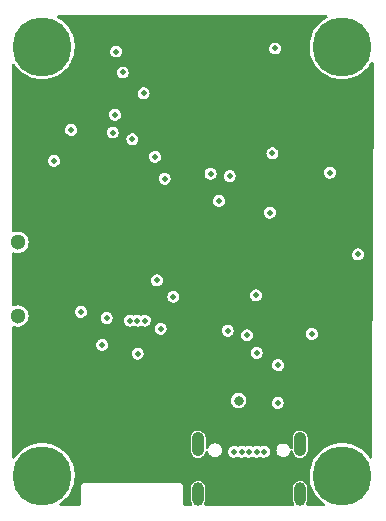
<source format=gbr>
%TF.GenerationSoftware,KiCad,Pcbnew,(6.0.1)*%
%TF.CreationDate,2022-03-18T08:08:47+01:00*%
%TF.ProjectId,trick-tracker,74726963-6b2d-4747-9261-636b65722e6b,rev?*%
%TF.SameCoordinates,Original*%
%TF.FileFunction,Copper,L2,Inr*%
%TF.FilePolarity,Positive*%
%FSLAX46Y46*%
G04 Gerber Fmt 4.6, Leading zero omitted, Abs format (unit mm)*
G04 Created by KiCad (PCBNEW (6.0.1)) date 2022-03-18 08:08:47*
%MOMM*%
%LPD*%
G01*
G04 APERTURE LIST*
%TA.AperFunction,ComponentPad*%
%ADD10O,1.050000X2.100000*%
%TD*%
%TA.AperFunction,ComponentPad*%
%ADD11O,1.000000X2.000000*%
%TD*%
%TA.AperFunction,ComponentPad*%
%ADD12C,0.800000*%
%TD*%
%TA.AperFunction,ComponentPad*%
%ADD13C,5.000000*%
%TD*%
%TA.AperFunction,ComponentPad*%
%ADD14C,1.300000*%
%TD*%
%TA.AperFunction,ViaPad*%
%ADD15C,0.500000*%
%TD*%
%TA.AperFunction,ViaPad*%
%ADD16C,0.800000*%
%TD*%
G04 APERTURE END LIST*
D10*
%TO.N,unconnected-(J1-PadS1)*%
%TO.C,J1*%
X146048000Y-131583000D03*
D11*
%TO.N,unconnected-(J1-PadS2)*%
X146048000Y-135763000D03*
%TO.N,unconnected-(J1-PadS3)*%
X154688000Y-135763000D03*
D10*
%TO.N,unconnected-(J1-PadS4)*%
X154688000Y-131583000D03*
%TD*%
D12*
%TO.N,N/C*%
%TO.C,H1*%
X134717000Y-134239000D03*
X131516175Y-135564825D03*
X131516175Y-132913175D03*
X132842000Y-132364000D03*
X132842000Y-136114000D03*
X134167825Y-132913175D03*
D13*
X132842000Y-134239000D03*
D12*
X134167825Y-135564825D03*
X130967000Y-134239000D03*
%TD*%
%TO.N,N/C*%
%TO.C,H2*%
X156916175Y-135564825D03*
X159567825Y-135564825D03*
X158242000Y-136114000D03*
D13*
X158242000Y-134239000D03*
D12*
X159567825Y-132913175D03*
X158242000Y-132364000D03*
X160117000Y-134239000D03*
X156916175Y-132913175D03*
X156367000Y-134239000D03*
%TD*%
D14*
%TO.N,unconnected-(S3-PadMH1)*%
%TO.C,S3*%
X130782000Y-114477000D03*
%TO.N,unconnected-(S3-PadMH2)*%
X130782000Y-120727000D03*
%TD*%
D12*
%TO.N,N/C*%
%TO.C,H3*%
X132842000Y-99792000D03*
X134167825Y-96591175D03*
X130967000Y-97917000D03*
X134717000Y-97917000D03*
D13*
X132842000Y-97917000D03*
D12*
X132842000Y-96042000D03*
X131516175Y-96591175D03*
X134167825Y-99242825D03*
X131516175Y-99242825D03*
%TD*%
%TO.N,N/C*%
%TO.C,H4*%
X160117000Y-97917000D03*
X159567825Y-99242825D03*
X156367000Y-97917000D03*
X159567825Y-96591175D03*
X158242000Y-99792000D03*
D13*
X158242000Y-97917000D03*
D12*
X158242000Y-96042000D03*
X156916175Y-99242825D03*
X156916175Y-96591175D03*
%TD*%
D15*
%TO.N,+3V3*%
X157224200Y-108581000D03*
X155677100Y-122239500D03*
X152577800Y-98075100D03*
X148717000Y-108873300D03*
X151003000Y-123851700D03*
X148550800Y-121968000D03*
X147098400Y-108666100D03*
X133850500Y-107577000D03*
X142406400Y-107240400D03*
X138296600Y-120894500D03*
%TO.N,GND*%
X149159200Y-118815800D03*
X155067000Y-115474300D03*
X154038000Y-127759900D03*
X151091800Y-115904300D03*
X153392300Y-122239300D03*
X135096000Y-105822900D03*
X155690100Y-119894300D03*
X140925100Y-123206600D03*
X138492300Y-97028000D03*
X140475200Y-127310200D03*
X155485800Y-123253000D03*
X146134600Y-115914800D03*
X135822400Y-124209600D03*
X130849000Y-123911200D03*
X160235000Y-128876900D03*
X155988000Y-110343700D03*
X138278100Y-115495100D03*
X149645200Y-106687200D03*
X147511000Y-128086100D03*
X143588900Y-104852300D03*
X142202500Y-106413000D03*
X152582000Y-97107100D03*
X152654000Y-117195600D03*
X160235000Y-126392400D03*
X144272000Y-95954700D03*
X130849000Y-129159000D03*
X160347100Y-121441200D03*
%TO.N,/VBUS*%
X140893300Y-121107700D03*
X151638000Y-132207000D03*
X151003000Y-132207000D03*
X140482200Y-105764000D03*
D16*
X149479000Y-127889000D03*
D15*
X149733000Y-132207000D03*
X159588200Y-115510600D03*
X139000300Y-103687700D03*
X142869245Y-121805622D03*
X149098000Y-132207000D03*
X140258300Y-121107700D03*
X150368000Y-132207000D03*
X141528300Y-121107700D03*
X152781000Y-128080600D03*
%TO.N,/VBAT*%
X140925100Y-123907000D03*
X137919700Y-123163400D03*
%TO.N,/SCL*%
X135301700Y-104971500D03*
%TO.N,/SDA*%
X138815800Y-105188900D03*
%TO.N,/RESET*%
X139112700Y-98329500D03*
X150179300Y-122341400D03*
X136123500Y-120372000D03*
%TO.N,/PRESS_INT*%
X150938900Y-118965000D03*
%TO.N,/BTN*%
X152830900Y-124871000D03*
%TO.N,/Tx*%
X139663400Y-100103700D03*
%TO.N,/Rx*%
X141431100Y-101871400D03*
%TO.N,/BAT_SENS*%
X152341800Y-106949900D03*
%TO.N,Net-(D4-Pad2)*%
X152137200Y-111967600D03*
%TO.N,/VIN*%
X142569700Y-117703500D03*
X143951700Y-119085500D03*
%TO.N,/BMX_INT2*%
X147825300Y-110981000D03*
%TO.N,/BMX_INT1*%
X143214100Y-109092900D03*
%TD*%
%TA.AperFunction,Conductor*%
%TO.N,GND*%
G36*
X156947338Y-95270002D02*
G01*
X156993831Y-95323658D01*
X157003935Y-95393932D01*
X156974441Y-95458512D01*
X156943640Y-95484285D01*
X156690911Y-95634642D01*
X156427950Y-95837515D01*
X156425249Y-95840174D01*
X156425242Y-95840180D01*
X156193974Y-96067845D01*
X156191266Y-96070511D01*
X155984287Y-96330253D01*
X155810012Y-96612980D01*
X155670965Y-96914596D01*
X155569161Y-97230732D01*
X155506073Y-97556808D01*
X155505806Y-97560584D01*
X155505805Y-97560589D01*
X155483777Y-97871700D01*
X155482616Y-97888103D01*
X155485602Y-97948083D01*
X155491327Y-98063069D01*
X155499130Y-98219816D01*
X155499771Y-98223547D01*
X155499772Y-98223555D01*
X155554641Y-98542869D01*
X155555375Y-98547142D01*
X155556463Y-98550781D01*
X155556464Y-98550784D01*
X155628775Y-98792573D01*
X155650537Y-98865341D01*
X155783236Y-99169803D01*
X155785159Y-99173074D01*
X155785161Y-99173078D01*
X155949629Y-99452847D01*
X155949633Y-99452853D01*
X155951552Y-99456117D01*
X155953853Y-99459132D01*
X156149548Y-99715553D01*
X156153046Y-99720137D01*
X156155694Y-99722856D01*
X156155699Y-99722861D01*
X156379381Y-99952477D01*
X156384798Y-99958038D01*
X156387742Y-99960409D01*
X156387745Y-99960412D01*
X156458810Y-100017652D01*
X156643453Y-100166374D01*
X156925264Y-100342127D01*
X157226147Y-100482751D01*
X157229757Y-100483934D01*
X157229756Y-100483934D01*
X157503984Y-100573830D01*
X157541746Y-100586209D01*
X157867488Y-100651003D01*
X157871261Y-100651290D01*
X157871268Y-100651291D01*
X158194878Y-100675908D01*
X158194883Y-100675908D01*
X158198655Y-100676195D01*
X158530450Y-100661418D01*
X158858067Y-100606888D01*
X158861701Y-100605822D01*
X158861705Y-100605821D01*
X159022108Y-100558763D01*
X159176759Y-100513393D01*
X159217583Y-100495854D01*
X159451467Y-100395370D01*
X159481912Y-100382290D01*
X159769103Y-100215475D01*
X160034175Y-100015367D01*
X160273286Y-99784863D01*
X160323764Y-99722861D01*
X160480582Y-99530239D01*
X160480583Y-99530238D01*
X160482973Y-99527302D01*
X160503623Y-99494574D01*
X160658176Y-99249623D01*
X160658179Y-99249617D01*
X160660199Y-99246416D01*
X160662885Y-99240747D01*
X160663329Y-99240248D01*
X160663651Y-99239663D01*
X160663785Y-99239737D01*
X160710121Y-99187747D01*
X160778514Y-99168698D01*
X160846349Y-99189649D01*
X160892088Y-99243949D01*
X160902754Y-99295121D01*
X160801692Y-128540279D01*
X160788013Y-132498670D01*
X160787409Y-132673315D01*
X160767172Y-132741367D01*
X160713356Y-132787674D01*
X160643047Y-132797535D01*
X160578569Y-132767819D01*
X160553464Y-132737869D01*
X160516205Y-132675982D01*
X160513878Y-132672998D01*
X160513873Y-132672991D01*
X160314294Y-132417082D01*
X160314292Y-132417079D01*
X160311958Y-132414087D01*
X160077726Y-132178626D01*
X160056865Y-132162180D01*
X159819885Y-131975360D01*
X159816904Y-131973010D01*
X159533269Y-131800218D01*
X159317312Y-131702028D01*
X159234381Y-131664321D01*
X159234373Y-131664318D01*
X159230929Y-131662752D01*
X158914264Y-131562604D01*
X158716808Y-131525473D01*
X158591585Y-131501925D01*
X158591580Y-131501924D01*
X158587861Y-131501225D01*
X158256449Y-131479503D01*
X158252669Y-131479711D01*
X158252668Y-131479711D01*
X158157655Y-131484940D01*
X157924827Y-131497753D01*
X157921100Y-131498414D01*
X157921096Y-131498414D01*
X157662396Y-131544263D01*
X157597799Y-131555711D01*
X157594174Y-131556816D01*
X157594169Y-131556817D01*
X157347671Y-131631945D01*
X157280103Y-131652538D01*
X156976341Y-131786830D01*
X156764738Y-131912720D01*
X156731047Y-131932764D01*
X156690911Y-131956642D01*
X156687910Y-131958957D01*
X156687906Y-131958960D01*
X156548062Y-132066849D01*
X156427950Y-132159515D01*
X156425249Y-132162174D01*
X156425242Y-132162180D01*
X156210849Y-132373233D01*
X156191266Y-132392511D01*
X156188902Y-132395478D01*
X156188899Y-132395481D01*
X156004773Y-132626545D01*
X155984287Y-132652253D01*
X155810012Y-132934980D01*
X155670965Y-133236596D01*
X155569161Y-133552732D01*
X155506073Y-133878808D01*
X155505806Y-133882584D01*
X155505805Y-133882589D01*
X155482884Y-134206314D01*
X155482616Y-134210103D01*
X155499130Y-134541816D01*
X155499771Y-134545547D01*
X155499772Y-134545555D01*
X155550585Y-134841264D01*
X155555375Y-134869142D01*
X155556463Y-134872781D01*
X155556464Y-134872784D01*
X155643983Y-135165425D01*
X155650537Y-135187341D01*
X155783236Y-135491803D01*
X155785159Y-135495074D01*
X155785161Y-135495078D01*
X155949629Y-135774847D01*
X155949634Y-135774855D01*
X155951552Y-135778117D01*
X156153046Y-136042137D01*
X156155694Y-136044856D01*
X156155699Y-136044861D01*
X156382152Y-136277322D01*
X156384798Y-136280038D01*
X156387742Y-136282409D01*
X156387745Y-136282412D01*
X156458810Y-136339652D01*
X156643453Y-136488374D01*
X156735996Y-136546089D01*
X156783211Y-136599108D01*
X156794267Y-136669238D01*
X156765653Y-136734213D01*
X156706453Y-136773403D01*
X156669318Y-136779000D01*
X155304477Y-136779000D01*
X155236356Y-136758998D01*
X155189863Y-136705342D01*
X155179759Y-136635068D01*
X155204513Y-136576298D01*
X155207507Y-136572396D01*
X155207509Y-136572392D01*
X155212536Y-136565841D01*
X155273044Y-136419762D01*
X155288500Y-136302361D01*
X155288500Y-135223639D01*
X155273044Y-135106238D01*
X155212536Y-134960159D01*
X155116282Y-134834718D01*
X154990841Y-134738464D01*
X154844762Y-134677956D01*
X154688000Y-134657318D01*
X154531238Y-134677956D01*
X154385159Y-134738464D01*
X154259718Y-134834718D01*
X154163464Y-134960159D01*
X154102956Y-135106238D01*
X154087500Y-135223639D01*
X154087500Y-136302361D01*
X154102956Y-136419762D01*
X154163464Y-136565841D01*
X154168491Y-136572392D01*
X154168493Y-136572396D01*
X154171487Y-136576298D01*
X154197086Y-136642519D01*
X154182820Y-136712068D01*
X154133217Y-136762863D01*
X154071523Y-136779000D01*
X146664477Y-136779000D01*
X146596356Y-136758998D01*
X146549863Y-136705342D01*
X146539759Y-136635068D01*
X146564513Y-136576298D01*
X146567507Y-136572396D01*
X146567509Y-136572392D01*
X146572536Y-136565841D01*
X146633044Y-136419762D01*
X146648500Y-136302361D01*
X146648500Y-135223639D01*
X146633044Y-135106238D01*
X146572536Y-134960159D01*
X146476282Y-134834718D01*
X146350841Y-134738464D01*
X146204762Y-134677956D01*
X146048000Y-134657318D01*
X145891238Y-134677956D01*
X145745159Y-134738464D01*
X145619718Y-134834718D01*
X145523464Y-134960159D01*
X145462956Y-135106238D01*
X145447500Y-135223639D01*
X145447500Y-136302361D01*
X145462956Y-136419762D01*
X145523464Y-136565841D01*
X145528491Y-136572392D01*
X145528493Y-136572396D01*
X145531487Y-136576298D01*
X145557086Y-136642519D01*
X145542820Y-136712068D01*
X145493217Y-136762863D01*
X145431523Y-136779000D01*
X144906000Y-136779000D01*
X144837879Y-136758998D01*
X144791386Y-136705342D01*
X144780000Y-136653000D01*
X144780000Y-135165425D01*
X144782421Y-135140844D01*
X144782555Y-135140170D01*
X144784976Y-135128000D01*
X144775013Y-135077909D01*
X144765263Y-135028894D01*
X144758371Y-135018579D01*
X144758370Y-135018577D01*
X144716017Y-134955192D01*
X144709124Y-134944876D01*
X144625106Y-134888737D01*
X144526000Y-134869024D01*
X144513153Y-134871579D01*
X144488575Y-134874000D01*
X136435425Y-134874000D01*
X136410847Y-134871579D01*
X136398000Y-134869024D01*
X136298894Y-134888737D01*
X136214876Y-134944876D01*
X136158737Y-135028894D01*
X136148988Y-135077909D01*
X136139024Y-135128000D01*
X136141445Y-135140170D01*
X136141579Y-135140844D01*
X136144000Y-135165425D01*
X136144000Y-136653000D01*
X136123998Y-136721121D01*
X136070342Y-136767614D01*
X136018000Y-136779000D01*
X134421076Y-136779000D01*
X134352955Y-136758998D01*
X134306462Y-136705342D01*
X134296358Y-136635068D01*
X134325852Y-136570488D01*
X134357791Y-136544046D01*
X134365815Y-136539386D01*
X134365829Y-136539377D01*
X134369103Y-136537475D01*
X134634175Y-136337367D01*
X134873286Y-136106863D01*
X134923764Y-136044861D01*
X135080582Y-135852239D01*
X135080583Y-135852238D01*
X135082973Y-135849302D01*
X135084995Y-135846098D01*
X135258176Y-135571623D01*
X135258179Y-135571617D01*
X135260199Y-135568416D01*
X135402397Y-135268273D01*
X135507506Y-134953220D01*
X135574005Y-134627822D01*
X135600930Y-134296791D01*
X135601312Y-134260321D01*
X135601512Y-134241221D01*
X135601512Y-134241214D01*
X135601535Y-134239000D01*
X135581549Y-133907478D01*
X135580869Y-133903754D01*
X135522559Y-133584481D01*
X135522558Y-133584477D01*
X135521879Y-133580759D01*
X135513177Y-133552732D01*
X135424513Y-133267189D01*
X135423391Y-133263574D01*
X135412913Y-133240203D01*
X135289065Y-132963987D01*
X135287510Y-132960518D01*
X135116205Y-132675982D01*
X135113878Y-132672998D01*
X135113873Y-132672991D01*
X134914294Y-132417082D01*
X134914292Y-132417079D01*
X134911958Y-132414087D01*
X134677726Y-132178626D01*
X134656865Y-132162180D01*
X134638053Y-132147350D01*
X145422500Y-132147350D01*
X145422996Y-132151275D01*
X145422996Y-132151278D01*
X145434313Y-132240865D01*
X145437336Y-132264792D01*
X145440253Y-132272159D01*
X145489080Y-132395481D01*
X145495514Y-132411732D01*
X145588406Y-132539587D01*
X145594514Y-132544640D01*
X145704068Y-132635271D01*
X145704072Y-132635274D01*
X145710177Y-132640324D01*
X145853174Y-132707614D01*
X145860957Y-132709099D01*
X145860958Y-132709099D01*
X146000626Y-132735742D01*
X146000628Y-132735742D01*
X146008412Y-132737227D01*
X146166138Y-132727304D01*
X146218483Y-132710296D01*
X146308905Y-132680916D01*
X146308908Y-132680915D01*
X146316441Y-132678467D01*
X146449877Y-132593786D01*
X146558062Y-132478582D01*
X146634197Y-132340092D01*
X146668691Y-132205748D01*
X146705005Y-132144742D01*
X146768538Y-132113053D01*
X146839117Y-132120743D01*
X146894334Y-132165370D01*
X146915654Y-132220634D01*
X146916130Y-132224247D01*
X146917313Y-132233236D01*
X146975302Y-132373233D01*
X147067549Y-132493451D01*
X147187767Y-132585698D01*
X147327764Y-132643687D01*
X147335952Y-132644765D01*
X147417364Y-132655483D01*
X147440280Y-132658500D01*
X147515720Y-132658500D01*
X147538637Y-132655483D01*
X147620048Y-132644765D01*
X147628236Y-132643687D01*
X147768233Y-132585698D01*
X147888451Y-132493451D01*
X147980698Y-132373233D01*
X148038687Y-132233236D01*
X148042961Y-132200773D01*
X148588350Y-132200773D01*
X148589514Y-132209675D01*
X148589514Y-132209678D01*
X148597685Y-132272159D01*
X148607088Y-132344065D01*
X148665289Y-132476339D01*
X148758276Y-132586960D01*
X148765747Y-132591933D01*
X148765748Y-132591934D01*
X148871101Y-132662063D01*
X148871103Y-132662064D01*
X148878574Y-132667037D01*
X148887138Y-132669713D01*
X148887141Y-132669714D01*
X148922997Y-132680916D01*
X149016510Y-132710132D01*
X149160998Y-132712780D01*
X149195261Y-132703439D01*
X149291763Y-132677130D01*
X149291765Y-132677129D01*
X149300422Y-132674769D01*
X149308069Y-132670074D01*
X149308073Y-132670072D01*
X149348674Y-132645143D01*
X149417191Y-132626545D01*
X149484421Y-132647631D01*
X149506101Y-132662063D01*
X149506104Y-132662064D01*
X149513574Y-132667037D01*
X149522138Y-132669713D01*
X149522141Y-132669714D01*
X149557997Y-132680916D01*
X149651510Y-132710132D01*
X149795998Y-132712780D01*
X149830261Y-132703439D01*
X149926763Y-132677130D01*
X149926765Y-132677129D01*
X149935422Y-132674769D01*
X149943069Y-132670074D01*
X149943073Y-132670072D01*
X149983674Y-132645143D01*
X150052191Y-132626545D01*
X150119421Y-132647631D01*
X150141101Y-132662063D01*
X150141104Y-132662064D01*
X150148574Y-132667037D01*
X150157138Y-132669713D01*
X150157141Y-132669714D01*
X150192997Y-132680916D01*
X150286510Y-132710132D01*
X150430998Y-132712780D01*
X150465261Y-132703439D01*
X150561763Y-132677130D01*
X150561765Y-132677129D01*
X150570422Y-132674769D01*
X150578069Y-132670074D01*
X150578073Y-132670072D01*
X150618674Y-132645143D01*
X150687191Y-132626545D01*
X150754421Y-132647631D01*
X150776101Y-132662063D01*
X150776104Y-132662064D01*
X150783574Y-132667037D01*
X150792138Y-132669713D01*
X150792141Y-132669714D01*
X150827997Y-132680916D01*
X150921510Y-132710132D01*
X151065998Y-132712780D01*
X151100261Y-132703439D01*
X151196763Y-132677130D01*
X151196765Y-132677129D01*
X151205422Y-132674769D01*
X151213069Y-132670074D01*
X151213073Y-132670072D01*
X151253674Y-132645143D01*
X151322191Y-132626545D01*
X151389421Y-132647631D01*
X151411101Y-132662063D01*
X151411104Y-132662064D01*
X151418574Y-132667037D01*
X151427138Y-132669713D01*
X151427141Y-132669714D01*
X151462997Y-132680916D01*
X151556510Y-132710132D01*
X151700998Y-132712780D01*
X151735261Y-132703439D01*
X151831763Y-132677130D01*
X151831765Y-132677129D01*
X151840422Y-132674769D01*
X151963572Y-132599154D01*
X152060551Y-132492014D01*
X152110051Y-132389845D01*
X152119645Y-132370043D01*
X152119645Y-132370042D01*
X152123560Y-132361962D01*
X152147536Y-132219453D01*
X152147688Y-132207000D01*
X152129930Y-132083000D01*
X152677534Y-132083000D01*
X152697313Y-132233236D01*
X152755302Y-132373233D01*
X152847549Y-132493451D01*
X152967767Y-132585698D01*
X153107764Y-132643687D01*
X153115952Y-132644765D01*
X153197364Y-132655483D01*
X153220280Y-132658500D01*
X153295720Y-132658500D01*
X153318637Y-132655483D01*
X153400048Y-132644765D01*
X153408236Y-132643687D01*
X153548233Y-132585698D01*
X153668451Y-132493451D01*
X153760698Y-132373233D01*
X153818687Y-132233236D01*
X153821145Y-132214566D01*
X153849868Y-132149639D01*
X153909134Y-132110548D01*
X153980125Y-132109703D01*
X154040304Y-132147374D01*
X154071074Y-132215222D01*
X154077336Y-132264792D01*
X154080253Y-132272159D01*
X154129080Y-132395481D01*
X154135514Y-132411732D01*
X154228406Y-132539587D01*
X154234514Y-132544640D01*
X154344068Y-132635271D01*
X154344072Y-132635274D01*
X154350177Y-132640324D01*
X154493174Y-132707614D01*
X154500957Y-132709099D01*
X154500958Y-132709099D01*
X154640626Y-132735742D01*
X154640628Y-132735742D01*
X154648412Y-132737227D01*
X154806138Y-132727304D01*
X154858483Y-132710296D01*
X154948905Y-132680916D01*
X154948908Y-132680915D01*
X154956441Y-132678467D01*
X155089877Y-132593786D01*
X155198062Y-132478582D01*
X155274197Y-132340092D01*
X155313500Y-132187019D01*
X155313500Y-131018650D01*
X155298664Y-130901208D01*
X155271892Y-130833589D01*
X155243404Y-130761637D01*
X155243403Y-130761634D01*
X155240486Y-130754268D01*
X155147594Y-130626413D01*
X155141486Y-130621360D01*
X155031932Y-130530729D01*
X155031928Y-130530726D01*
X155025823Y-130525676D01*
X154882826Y-130458386D01*
X154875043Y-130456901D01*
X154875042Y-130456901D01*
X154735374Y-130430258D01*
X154735372Y-130430258D01*
X154727588Y-130428773D01*
X154569862Y-130438696D01*
X154562318Y-130441147D01*
X154562319Y-130441147D01*
X154427095Y-130485084D01*
X154427092Y-130485085D01*
X154419559Y-130487533D01*
X154286123Y-130572214D01*
X154177938Y-130687418D01*
X154101803Y-130825908D01*
X154062500Y-130978981D01*
X154062500Y-131889786D01*
X154042498Y-131957907D01*
X153988842Y-132004400D01*
X153918568Y-132014504D01*
X153853988Y-131985010D01*
X153820749Y-131931910D01*
X153818687Y-131932764D01*
X153800885Y-131889786D01*
X153760698Y-131792767D01*
X153668451Y-131672549D01*
X153548233Y-131580302D01*
X153408236Y-131522313D01*
X153295720Y-131507500D01*
X153220280Y-131507500D01*
X153107764Y-131522313D01*
X152967767Y-131580302D01*
X152847549Y-131672549D01*
X152755302Y-131792767D01*
X152697313Y-131932764D01*
X152696235Y-131940952D01*
X152692014Y-131973010D01*
X152677534Y-132083000D01*
X152129930Y-132083000D01*
X152127201Y-132063948D01*
X152067388Y-131932395D01*
X152061530Y-131925596D01*
X152061527Y-131925592D01*
X151978916Y-131829718D01*
X151978913Y-131829716D01*
X151973056Y-131822918D01*
X151912423Y-131783618D01*
X151859324Y-131749200D01*
X151859322Y-131749199D01*
X151851790Y-131744317D01*
X151834918Y-131739271D01*
X151721938Y-131705482D01*
X151721936Y-131705482D01*
X151713337Y-131702910D01*
X151704363Y-131702855D01*
X151704361Y-131702855D01*
X151641082Y-131702469D01*
X151568827Y-131702028D01*
X151560196Y-131704495D01*
X151560194Y-131704495D01*
X151438513Y-131739271D01*
X151438510Y-131739272D01*
X151429879Y-131741739D01*
X151388032Y-131768143D01*
X151319749Y-131787576D01*
X151252269Y-131767314D01*
X151216790Y-131744317D01*
X151199918Y-131739271D01*
X151086938Y-131705482D01*
X151086936Y-131705482D01*
X151078337Y-131702910D01*
X151069363Y-131702855D01*
X151069361Y-131702855D01*
X151006082Y-131702469D01*
X150933827Y-131702028D01*
X150925196Y-131704495D01*
X150925194Y-131704495D01*
X150803513Y-131739271D01*
X150803510Y-131739272D01*
X150794879Y-131741739D01*
X150753032Y-131768143D01*
X150684749Y-131787576D01*
X150617269Y-131767314D01*
X150581790Y-131744317D01*
X150564918Y-131739271D01*
X150451938Y-131705482D01*
X150451936Y-131705482D01*
X150443337Y-131702910D01*
X150434363Y-131702855D01*
X150434361Y-131702855D01*
X150371082Y-131702469D01*
X150298827Y-131702028D01*
X150290196Y-131704495D01*
X150290194Y-131704495D01*
X150168513Y-131739271D01*
X150168510Y-131739272D01*
X150159879Y-131741739D01*
X150118032Y-131768143D01*
X150049749Y-131787576D01*
X149982269Y-131767314D01*
X149946790Y-131744317D01*
X149929918Y-131739271D01*
X149816938Y-131705482D01*
X149816936Y-131705482D01*
X149808337Y-131702910D01*
X149799363Y-131702855D01*
X149799361Y-131702855D01*
X149736082Y-131702469D01*
X149663827Y-131702028D01*
X149655196Y-131704495D01*
X149655194Y-131704495D01*
X149533513Y-131739271D01*
X149533510Y-131739272D01*
X149524879Y-131741739D01*
X149483032Y-131768143D01*
X149414749Y-131787576D01*
X149347269Y-131767314D01*
X149311790Y-131744317D01*
X149294918Y-131739271D01*
X149181938Y-131705482D01*
X149181936Y-131705482D01*
X149173337Y-131702910D01*
X149164363Y-131702855D01*
X149164361Y-131702855D01*
X149101082Y-131702469D01*
X149028827Y-131702028D01*
X149020196Y-131704495D01*
X149020194Y-131704495D01*
X148898509Y-131739272D01*
X148898505Y-131739274D01*
X148889879Y-131741739D01*
X148882292Y-131746526D01*
X148882290Y-131746527D01*
X148796912Y-131800397D01*
X148767661Y-131818853D01*
X148671999Y-131927170D01*
X148668185Y-131935293D01*
X148668184Y-131935295D01*
X148656392Y-131960411D01*
X148610583Y-132057982D01*
X148609203Y-132066846D01*
X148609202Y-132066849D01*
X148590492Y-132187019D01*
X148588350Y-132200773D01*
X148042961Y-132200773D01*
X148058466Y-132083000D01*
X148043986Y-131973010D01*
X148039765Y-131940952D01*
X148038687Y-131932764D01*
X147980698Y-131792767D01*
X147888451Y-131672549D01*
X147768233Y-131580302D01*
X147628236Y-131522313D01*
X147515720Y-131507500D01*
X147440280Y-131507500D01*
X147327764Y-131522313D01*
X147187767Y-131580302D01*
X147067549Y-131672549D01*
X146975302Y-131792767D01*
X146917313Y-131932764D01*
X146915376Y-131931962D01*
X146884256Y-131983019D01*
X146820396Y-132014041D01*
X146749901Y-132005613D01*
X146695154Y-131960411D01*
X146673500Y-131889786D01*
X146673500Y-131018650D01*
X146658664Y-130901208D01*
X146631892Y-130833589D01*
X146603404Y-130761637D01*
X146603403Y-130761634D01*
X146600486Y-130754268D01*
X146507594Y-130626413D01*
X146501486Y-130621360D01*
X146391932Y-130530729D01*
X146391928Y-130530726D01*
X146385823Y-130525676D01*
X146242826Y-130458386D01*
X146235043Y-130456901D01*
X146235042Y-130456901D01*
X146095374Y-130430258D01*
X146095372Y-130430258D01*
X146087588Y-130428773D01*
X145929862Y-130438696D01*
X145922318Y-130441147D01*
X145922319Y-130441147D01*
X145787095Y-130485084D01*
X145787092Y-130485085D01*
X145779559Y-130487533D01*
X145646123Y-130572214D01*
X145537938Y-130687418D01*
X145461803Y-130825908D01*
X145422500Y-130978981D01*
X145422500Y-132147350D01*
X134638053Y-132147350D01*
X134419885Y-131975360D01*
X134416904Y-131973010D01*
X134133269Y-131800218D01*
X133917312Y-131702028D01*
X133834381Y-131664321D01*
X133834373Y-131664318D01*
X133830929Y-131662752D01*
X133514264Y-131562604D01*
X133316808Y-131525473D01*
X133191585Y-131501925D01*
X133191580Y-131501924D01*
X133187861Y-131501225D01*
X132856449Y-131479503D01*
X132852669Y-131479711D01*
X132852668Y-131479711D01*
X132757655Y-131484940D01*
X132524827Y-131497753D01*
X132521100Y-131498414D01*
X132521096Y-131498414D01*
X132262396Y-131544263D01*
X132197799Y-131555711D01*
X132194174Y-131556816D01*
X132194169Y-131556817D01*
X131947671Y-131631945D01*
X131880103Y-131652538D01*
X131576341Y-131786830D01*
X131364738Y-131912720D01*
X131331047Y-131932764D01*
X131290911Y-131956642D01*
X131287910Y-131958957D01*
X131287906Y-131958960D01*
X131148062Y-132066849D01*
X131027950Y-132159515D01*
X131025249Y-132162174D01*
X131025242Y-132162180D01*
X130810849Y-132373233D01*
X130791266Y-132392511D01*
X130788902Y-132395478D01*
X130788899Y-132395481D01*
X130604773Y-132626545D01*
X130584287Y-132652253D01*
X130547080Y-132712615D01*
X130535260Y-132731790D01*
X130482488Y-132779283D01*
X130412417Y-132790707D01*
X130347293Y-132762433D01*
X130307793Y-132703439D01*
X130302000Y-132665674D01*
X130302000Y-127882096D01*
X148819729Y-127882096D01*
X148837113Y-128039553D01*
X148839723Y-128046684D01*
X148839723Y-128046686D01*
X148854913Y-128088193D01*
X148891553Y-128188319D01*
X148979908Y-128319805D01*
X148985527Y-128324918D01*
X148985528Y-128324919D01*
X149091460Y-128421309D01*
X149097076Y-128426419D01*
X149236293Y-128502008D01*
X149389522Y-128542207D01*
X149473477Y-128543526D01*
X149540319Y-128544576D01*
X149540322Y-128544576D01*
X149547916Y-128544695D01*
X149702332Y-128509329D01*
X149788284Y-128466100D01*
X149837072Y-128441563D01*
X149837075Y-128441561D01*
X149843855Y-128438151D01*
X149849626Y-128433222D01*
X149849629Y-128433220D01*
X149958536Y-128340204D01*
X149958536Y-128340203D01*
X149964314Y-128335269D01*
X150056755Y-128206624D01*
X150109920Y-128074373D01*
X152271350Y-128074373D01*
X152272514Y-128083275D01*
X152272514Y-128083278D01*
X152286250Y-128188319D01*
X152290088Y-128217665D01*
X152348289Y-128349939D01*
X152441276Y-128460560D01*
X152448747Y-128465533D01*
X152448748Y-128465534D01*
X152554101Y-128535663D01*
X152554103Y-128535664D01*
X152561574Y-128540637D01*
X152570138Y-128543313D01*
X152570141Y-128543314D01*
X152630542Y-128562185D01*
X152699510Y-128583732D01*
X152843998Y-128586380D01*
X152863530Y-128581055D01*
X152974763Y-128550730D01*
X152974765Y-128550729D01*
X152983422Y-128548369D01*
X153106572Y-128472754D01*
X153203551Y-128365614D01*
X153266560Y-128235562D01*
X153290536Y-128093053D01*
X153290688Y-128080600D01*
X153270201Y-127937548D01*
X153210388Y-127805995D01*
X153204530Y-127799196D01*
X153204527Y-127799192D01*
X153121916Y-127703318D01*
X153121913Y-127703316D01*
X153116056Y-127696518D01*
X152994790Y-127617917D01*
X152903614Y-127590649D01*
X152864938Y-127579082D01*
X152864936Y-127579082D01*
X152856337Y-127576510D01*
X152847363Y-127576455D01*
X152847361Y-127576455D01*
X152784082Y-127576069D01*
X152711827Y-127575628D01*
X152703196Y-127578095D01*
X152703194Y-127578095D01*
X152581509Y-127612872D01*
X152581505Y-127612874D01*
X152572879Y-127615339D01*
X152450661Y-127692453D01*
X152444718Y-127699182D01*
X152444717Y-127699183D01*
X152422242Y-127724631D01*
X152354999Y-127800770D01*
X152293583Y-127931582D01*
X152292203Y-127940446D01*
X152292202Y-127940449D01*
X152273644Y-128059641D01*
X152271350Y-128074373D01*
X150109920Y-128074373D01*
X150115842Y-128059641D01*
X150138162Y-127902807D01*
X150138307Y-127889000D01*
X150119276Y-127731733D01*
X150063280Y-127583546D01*
X149973553Y-127452992D01*
X149855275Y-127347611D01*
X149847889Y-127343700D01*
X149721988Y-127277039D01*
X149721989Y-127277039D01*
X149715274Y-127273484D01*
X149561633Y-127234892D01*
X149554034Y-127234852D01*
X149554033Y-127234852D01*
X149488181Y-127234507D01*
X149403221Y-127234062D01*
X149395841Y-127235834D01*
X149395839Y-127235834D01*
X149256563Y-127269271D01*
X149256560Y-127269272D01*
X149249184Y-127271043D01*
X149108414Y-127343700D01*
X148989039Y-127447838D01*
X148897950Y-127577444D01*
X148840406Y-127725037D01*
X148839414Y-127732570D01*
X148839414Y-127732571D01*
X148828672Y-127814169D01*
X148819729Y-127882096D01*
X130302000Y-127882096D01*
X130302000Y-124864773D01*
X152321250Y-124864773D01*
X152322414Y-124873675D01*
X152322414Y-124873678D01*
X152338824Y-124999164D01*
X152339988Y-125008065D01*
X152398189Y-125140339D01*
X152491176Y-125250960D01*
X152498647Y-125255933D01*
X152498648Y-125255934D01*
X152604001Y-125326063D01*
X152604003Y-125326064D01*
X152611474Y-125331037D01*
X152620038Y-125333713D01*
X152620041Y-125333714D01*
X152680442Y-125352585D01*
X152749410Y-125374132D01*
X152893898Y-125376780D01*
X152913430Y-125371455D01*
X153024663Y-125341130D01*
X153024665Y-125341129D01*
X153033322Y-125338769D01*
X153156472Y-125263154D01*
X153253451Y-125156014D01*
X153316460Y-125025962D01*
X153340436Y-124883453D01*
X153340588Y-124871000D01*
X153320101Y-124727948D01*
X153260288Y-124596395D01*
X153254430Y-124589596D01*
X153254427Y-124589592D01*
X153171816Y-124493718D01*
X153171813Y-124493716D01*
X153165956Y-124486918D01*
X153044690Y-124408317D01*
X152940410Y-124377130D01*
X152914838Y-124369482D01*
X152914836Y-124369482D01*
X152906237Y-124366910D01*
X152897263Y-124366855D01*
X152897261Y-124366855D01*
X152833982Y-124366469D01*
X152761727Y-124366028D01*
X152753096Y-124368495D01*
X152753094Y-124368495D01*
X152631409Y-124403272D01*
X152631405Y-124403274D01*
X152622779Y-124405739D01*
X152615192Y-124410526D01*
X152615190Y-124410527D01*
X152610954Y-124413200D01*
X152500561Y-124482853D01*
X152404899Y-124591170D01*
X152343483Y-124721982D01*
X152321250Y-124864773D01*
X130302000Y-124864773D01*
X130302000Y-123900773D01*
X140415450Y-123900773D01*
X140416614Y-123909675D01*
X140416614Y-123909678D01*
X140428031Y-123996980D01*
X140434188Y-124044065D01*
X140492389Y-124176339D01*
X140585376Y-124286960D01*
X140592847Y-124291933D01*
X140592848Y-124291934D01*
X140698201Y-124362063D01*
X140698203Y-124362064D01*
X140705674Y-124367037D01*
X140714238Y-124369713D01*
X140714241Y-124369714D01*
X140774642Y-124388585D01*
X140843610Y-124410132D01*
X140988098Y-124412780D01*
X140997811Y-124410132D01*
X141118863Y-124377130D01*
X141118865Y-124377129D01*
X141127522Y-124374769D01*
X141250672Y-124299154D01*
X141347651Y-124192014D01*
X141410660Y-124061962D01*
X141434636Y-123919453D01*
X141434788Y-123907000D01*
X141425976Y-123845473D01*
X150493350Y-123845473D01*
X150494514Y-123854375D01*
X150494514Y-123854378D01*
X150503024Y-123919453D01*
X150512088Y-123988765D01*
X150570289Y-124121039D01*
X150663276Y-124231660D01*
X150670747Y-124236633D01*
X150670748Y-124236634D01*
X150776101Y-124306763D01*
X150776103Y-124306764D01*
X150783574Y-124311737D01*
X150792138Y-124314413D01*
X150792141Y-124314414D01*
X150852542Y-124333284D01*
X150921510Y-124354832D01*
X151065998Y-124357480D01*
X151085530Y-124352155D01*
X151196763Y-124321830D01*
X151196765Y-124321829D01*
X151205422Y-124319469D01*
X151328572Y-124243854D01*
X151425551Y-124136714D01*
X151466056Y-124053110D01*
X151484645Y-124014743D01*
X151484645Y-124014742D01*
X151488560Y-124006662D01*
X151512536Y-123864153D01*
X151512688Y-123851700D01*
X151492201Y-123708648D01*
X151432388Y-123577095D01*
X151426530Y-123570296D01*
X151426527Y-123570292D01*
X151343916Y-123474418D01*
X151343913Y-123474416D01*
X151338056Y-123467618D01*
X151271572Y-123424525D01*
X151224324Y-123393900D01*
X151224322Y-123393899D01*
X151216790Y-123389017D01*
X151199921Y-123383972D01*
X151086938Y-123350182D01*
X151086936Y-123350182D01*
X151078337Y-123347610D01*
X151069363Y-123347555D01*
X151069361Y-123347555D01*
X151006082Y-123347169D01*
X150933827Y-123346728D01*
X150925196Y-123349195D01*
X150925194Y-123349195D01*
X150803509Y-123383972D01*
X150803505Y-123383974D01*
X150794879Y-123386439D01*
X150787292Y-123391226D01*
X150787290Y-123391227D01*
X150680254Y-123458762D01*
X150672661Y-123463553D01*
X150576999Y-123571870D01*
X150573185Y-123579993D01*
X150573184Y-123579995D01*
X150551363Y-123626473D01*
X150515583Y-123702682D01*
X150514203Y-123711546D01*
X150514202Y-123711549D01*
X150506044Y-123763948D01*
X150493350Y-123845473D01*
X141425976Y-123845473D01*
X141414301Y-123763948D01*
X141354488Y-123632395D01*
X141348630Y-123625596D01*
X141348627Y-123625592D01*
X141266016Y-123529718D01*
X141266013Y-123529716D01*
X141260156Y-123522918D01*
X141185330Y-123474418D01*
X141146424Y-123449200D01*
X141146422Y-123449199D01*
X141138890Y-123444317D01*
X141125569Y-123440333D01*
X141009038Y-123405482D01*
X141009036Y-123405482D01*
X141000437Y-123402910D01*
X140991463Y-123402855D01*
X140991461Y-123402855D01*
X140928182Y-123402469D01*
X140855927Y-123402028D01*
X140847296Y-123404495D01*
X140847294Y-123404495D01*
X140725609Y-123439272D01*
X140725605Y-123439274D01*
X140716979Y-123441739D01*
X140709392Y-123446526D01*
X140709390Y-123446527D01*
X140665186Y-123474418D01*
X140594761Y-123518853D01*
X140588818Y-123525582D01*
X140588817Y-123525583D01*
X140540762Y-123579995D01*
X140499099Y-123627170D01*
X140495285Y-123635293D01*
X140495284Y-123635295D01*
X140480484Y-123666818D01*
X140437683Y-123757982D01*
X140436303Y-123766846D01*
X140436302Y-123766849D01*
X140421152Y-123864153D01*
X140415450Y-123900773D01*
X130302000Y-123900773D01*
X130302000Y-123157173D01*
X137410050Y-123157173D01*
X137411214Y-123166075D01*
X137411214Y-123166078D01*
X137427624Y-123291564D01*
X137428788Y-123300465D01*
X137486989Y-123432739D01*
X137579976Y-123543360D01*
X137587447Y-123548333D01*
X137587448Y-123548334D01*
X137692801Y-123618463D01*
X137692803Y-123618464D01*
X137700274Y-123623437D01*
X137708838Y-123626113D01*
X137708841Y-123626114D01*
X137738228Y-123635295D01*
X137838210Y-123666532D01*
X137982698Y-123669180D01*
X138002230Y-123663855D01*
X138113463Y-123633530D01*
X138113465Y-123633529D01*
X138122122Y-123631169D01*
X138245272Y-123555554D01*
X138342251Y-123448414D01*
X138405260Y-123318362D01*
X138429236Y-123175853D01*
X138429388Y-123163400D01*
X138408901Y-123020348D01*
X138349088Y-122888795D01*
X138343230Y-122881996D01*
X138343227Y-122881992D01*
X138260616Y-122786118D01*
X138260613Y-122786116D01*
X138254756Y-122779318D01*
X138147241Y-122709630D01*
X138141024Y-122705600D01*
X138141022Y-122705599D01*
X138133490Y-122700717D01*
X138112913Y-122694563D01*
X138003638Y-122661882D01*
X138003636Y-122661882D01*
X137995037Y-122659310D01*
X137986063Y-122659255D01*
X137986061Y-122659255D01*
X137922782Y-122658869D01*
X137850527Y-122658428D01*
X137841896Y-122660895D01*
X137841894Y-122660895D01*
X137720209Y-122695672D01*
X137720205Y-122695674D01*
X137711579Y-122698139D01*
X137703992Y-122702926D01*
X137703990Y-122702927D01*
X137636865Y-122745280D01*
X137589361Y-122775253D01*
X137583418Y-122781982D01*
X137583417Y-122781983D01*
X137557322Y-122811530D01*
X137493699Y-122883570D01*
X137432283Y-123014382D01*
X137410050Y-123157173D01*
X130302000Y-123157173D01*
X130302000Y-121799395D01*
X142359595Y-121799395D01*
X142360759Y-121808297D01*
X142360759Y-121808300D01*
X142369631Y-121876145D01*
X142378333Y-121942687D01*
X142436534Y-122074961D01*
X142529521Y-122185582D01*
X142536992Y-122190555D01*
X142536993Y-122190556D01*
X142642346Y-122260685D01*
X142642348Y-122260686D01*
X142649819Y-122265659D01*
X142658383Y-122268335D01*
X142658386Y-122268336D01*
X142718787Y-122287207D01*
X142787755Y-122308754D01*
X142932243Y-122311402D01*
X142951775Y-122306077D01*
X143063008Y-122275752D01*
X143063010Y-122275751D01*
X143071667Y-122273391D01*
X143194817Y-122197776D01*
X143291796Y-122090636D01*
X143348756Y-121973069D01*
X143350890Y-121968665D01*
X143350890Y-121968664D01*
X143354229Y-121961773D01*
X148041150Y-121961773D01*
X148042314Y-121970675D01*
X148042314Y-121970678D01*
X148055263Y-122069695D01*
X148059888Y-122105065D01*
X148118089Y-122237339D01*
X148123863Y-122244208D01*
X148175870Y-122306077D01*
X148211076Y-122347960D01*
X148218547Y-122352933D01*
X148218548Y-122352934D01*
X148323901Y-122423063D01*
X148323903Y-122423064D01*
X148331374Y-122428037D01*
X148339938Y-122430713D01*
X148339941Y-122430714D01*
X148400342Y-122449585D01*
X148469310Y-122471132D01*
X148613798Y-122473780D01*
X148623511Y-122471132D01*
X148744563Y-122438130D01*
X148744565Y-122438129D01*
X148753222Y-122435769D01*
X148876372Y-122360154D01*
X148898984Y-122335173D01*
X149669650Y-122335173D01*
X149670814Y-122344075D01*
X149670814Y-122344078D01*
X149682805Y-122435769D01*
X149688388Y-122478465D01*
X149746589Y-122610739D01*
X149839576Y-122721360D01*
X149847047Y-122726333D01*
X149847048Y-122726334D01*
X149952401Y-122796463D01*
X149952403Y-122796464D01*
X149959874Y-122801437D01*
X149968438Y-122804113D01*
X149968441Y-122804114D01*
X150028842Y-122822985D01*
X150097810Y-122844532D01*
X150242298Y-122847180D01*
X150261830Y-122841855D01*
X150373063Y-122811530D01*
X150373065Y-122811529D01*
X150381722Y-122809169D01*
X150504872Y-122733554D01*
X150601851Y-122626414D01*
X150664860Y-122496362D01*
X150688836Y-122353853D01*
X150688988Y-122341400D01*
X150673503Y-122233273D01*
X155167450Y-122233273D01*
X155168614Y-122242175D01*
X155168614Y-122242178D01*
X155181940Y-122344078D01*
X155186188Y-122376565D01*
X155244389Y-122508839D01*
X155250163Y-122515708D01*
X155323141Y-122602525D01*
X155337376Y-122619460D01*
X155344847Y-122624433D01*
X155344848Y-122624434D01*
X155450201Y-122694563D01*
X155450203Y-122694564D01*
X155457674Y-122699537D01*
X155466238Y-122702213D01*
X155466241Y-122702214D01*
X155526642Y-122721085D01*
X155595610Y-122742632D01*
X155740098Y-122745280D01*
X155809592Y-122726334D01*
X155870863Y-122709630D01*
X155870865Y-122709629D01*
X155879522Y-122707269D01*
X156002672Y-122631654D01*
X156099651Y-122524514D01*
X156162660Y-122394462D01*
X156186636Y-122251953D01*
X156186788Y-122239500D01*
X156176447Y-122167296D01*
X156167574Y-122105335D01*
X156167573Y-122105333D01*
X156166301Y-122096448D01*
X156106488Y-121964895D01*
X156100630Y-121958096D01*
X156100627Y-121958092D01*
X156018016Y-121862218D01*
X156018013Y-121862216D01*
X156012156Y-121855418D01*
X155939462Y-121808300D01*
X155898424Y-121781700D01*
X155898422Y-121781699D01*
X155890890Y-121776817D01*
X155874021Y-121771772D01*
X155761038Y-121737982D01*
X155761036Y-121737982D01*
X155752437Y-121735410D01*
X155743463Y-121735355D01*
X155743461Y-121735355D01*
X155680182Y-121734969D01*
X155607927Y-121734528D01*
X155599296Y-121736995D01*
X155599294Y-121736995D01*
X155477609Y-121771772D01*
X155477605Y-121771774D01*
X155468979Y-121774239D01*
X155461392Y-121779026D01*
X155461390Y-121779027D01*
X155364941Y-121839882D01*
X155346761Y-121851353D01*
X155340818Y-121858082D01*
X155340817Y-121858083D01*
X155273959Y-121933786D01*
X155251099Y-121959670D01*
X155247285Y-121967793D01*
X155247284Y-121967795D01*
X155217624Y-122030969D01*
X155189683Y-122090482D01*
X155188303Y-122099346D01*
X155188302Y-122099349D01*
X155172246Y-122202472D01*
X155167450Y-122233273D01*
X150673503Y-122233273D01*
X150668501Y-122198348D01*
X150608688Y-122066795D01*
X150602830Y-122059996D01*
X150602827Y-122059992D01*
X150520216Y-121964118D01*
X150520213Y-121964116D01*
X150514356Y-121957318D01*
X150393090Y-121878717D01*
X150376221Y-121873672D01*
X150263238Y-121839882D01*
X150263236Y-121839882D01*
X150254637Y-121837310D01*
X150245663Y-121837255D01*
X150245661Y-121837255D01*
X150182382Y-121836869D01*
X150110127Y-121836428D01*
X150101496Y-121838895D01*
X150101494Y-121838895D01*
X149979809Y-121873672D01*
X149979805Y-121873674D01*
X149971179Y-121876139D01*
X149848961Y-121953253D01*
X149843018Y-121959982D01*
X149843017Y-121959983D01*
X149833572Y-121970678D01*
X149753299Y-122061570D01*
X149749485Y-122069693D01*
X149749484Y-122069695D01*
X149724476Y-122122962D01*
X149691883Y-122192382D01*
X149690503Y-122201246D01*
X149690502Y-122201249D01*
X149673764Y-122308754D01*
X149669650Y-122335173D01*
X148898984Y-122335173D01*
X148973351Y-122253014D01*
X149036360Y-122122962D01*
X149060336Y-121980453D01*
X149060488Y-121968000D01*
X149048018Y-121880927D01*
X149041274Y-121833835D01*
X149041273Y-121833833D01*
X149040001Y-121824948D01*
X148980188Y-121693395D01*
X148974330Y-121686596D01*
X148974327Y-121686592D01*
X148891716Y-121590718D01*
X148891713Y-121590716D01*
X148885856Y-121583918D01*
X148796179Y-121525792D01*
X148772124Y-121510200D01*
X148772122Y-121510199D01*
X148764590Y-121505317D01*
X148734383Y-121496283D01*
X148634738Y-121466482D01*
X148634736Y-121466482D01*
X148626137Y-121463910D01*
X148617163Y-121463855D01*
X148617161Y-121463855D01*
X148553882Y-121463469D01*
X148481627Y-121463028D01*
X148472996Y-121465495D01*
X148472994Y-121465495D01*
X148351309Y-121500272D01*
X148351305Y-121500274D01*
X148342679Y-121502739D01*
X148335092Y-121507526D01*
X148335090Y-121507527D01*
X148235421Y-121570414D01*
X148220461Y-121579853D01*
X148214518Y-121586582D01*
X148214517Y-121586583D01*
X148192849Y-121611118D01*
X148124799Y-121688170D01*
X148063383Y-121818982D01*
X148062003Y-121827846D01*
X148062002Y-121827849D01*
X148042843Y-121950902D01*
X148041150Y-121961773D01*
X143354229Y-121961773D01*
X143354805Y-121960584D01*
X143378781Y-121818075D01*
X143378933Y-121805622D01*
X143358446Y-121662570D01*
X143298633Y-121531017D01*
X143292775Y-121524218D01*
X143292772Y-121524214D01*
X143210161Y-121428340D01*
X143210158Y-121428338D01*
X143204301Y-121421540D01*
X143116500Y-121364630D01*
X143090569Y-121347822D01*
X143090567Y-121347821D01*
X143083035Y-121342939D01*
X143066166Y-121337894D01*
X142953183Y-121304104D01*
X142953181Y-121304104D01*
X142944582Y-121301532D01*
X142935608Y-121301477D01*
X142935606Y-121301477D01*
X142872327Y-121301091D01*
X142800072Y-121300650D01*
X142791441Y-121303117D01*
X142791439Y-121303117D01*
X142669754Y-121337894D01*
X142669750Y-121337896D01*
X142661124Y-121340361D01*
X142653537Y-121345148D01*
X142653535Y-121345149D01*
X142566420Y-121400115D01*
X142538906Y-121417475D01*
X142532963Y-121424204D01*
X142532962Y-121424205D01*
X142482988Y-121480790D01*
X142443244Y-121525792D01*
X142439430Y-121533915D01*
X142439429Y-121533917D01*
X142417862Y-121579853D01*
X142381828Y-121656604D01*
X142380448Y-121665468D01*
X142380447Y-121665471D01*
X142363512Y-121774239D01*
X142359595Y-121799395D01*
X130302000Y-121799395D01*
X130302000Y-121697412D01*
X130322002Y-121629291D01*
X130375658Y-121582798D01*
X130445932Y-121572694D01*
X130479248Y-121582305D01*
X130494920Y-121589283D01*
X130494928Y-121589286D01*
X130500955Y-121591969D01*
X130577104Y-121608155D01*
X130680476Y-121630128D01*
X130680480Y-121630128D01*
X130686933Y-121631500D01*
X130877067Y-121631500D01*
X130883520Y-121630128D01*
X130883524Y-121630128D01*
X130986896Y-121608155D01*
X131063045Y-121591969D01*
X131069078Y-121589283D01*
X131230711Y-121517320D01*
X131230713Y-121517319D01*
X131236741Y-121514635D01*
X131242846Y-121510200D01*
X131355515Y-121428340D01*
X131390562Y-121402877D01*
X131413827Y-121377039D01*
X131513367Y-121266488D01*
X131513368Y-121266487D01*
X131517786Y-121261580D01*
X131612853Y-121096920D01*
X131671608Y-120916092D01*
X131673080Y-120902093D01*
X131674532Y-120888273D01*
X137786950Y-120888273D01*
X137788114Y-120897175D01*
X137788114Y-120897178D01*
X137804524Y-121022664D01*
X137805688Y-121031565D01*
X137863889Y-121163839D01*
X137869663Y-121170708D01*
X137924433Y-121235864D01*
X137956876Y-121274460D01*
X137964347Y-121279433D01*
X137964348Y-121279434D01*
X138069701Y-121349563D01*
X138069703Y-121349564D01*
X138077174Y-121354537D01*
X138085738Y-121357213D01*
X138085741Y-121357214D01*
X138122906Y-121368825D01*
X138215110Y-121397632D01*
X138359598Y-121400280D01*
X138387350Y-121392714D01*
X138490363Y-121364630D01*
X138490365Y-121364629D01*
X138499022Y-121362269D01*
X138622172Y-121286654D01*
X138719151Y-121179514D01*
X138756961Y-121101473D01*
X139748650Y-121101473D01*
X139749814Y-121110375D01*
X139749814Y-121110378D01*
X139766224Y-121235864D01*
X139767388Y-121244765D01*
X139825589Y-121377039D01*
X139831363Y-121383908D01*
X139897871Y-121463028D01*
X139918576Y-121487660D01*
X139926047Y-121492633D01*
X139926048Y-121492634D01*
X140031401Y-121562763D01*
X140031403Y-121562764D01*
X140038874Y-121567737D01*
X140047438Y-121570413D01*
X140047441Y-121570414D01*
X140077654Y-121579853D01*
X140176810Y-121610832D01*
X140321298Y-121613480D01*
X140395168Y-121593341D01*
X140452063Y-121577830D01*
X140452065Y-121577829D01*
X140460722Y-121575469D01*
X140468369Y-121570774D01*
X140468373Y-121570772D01*
X140508974Y-121545843D01*
X140577491Y-121527245D01*
X140644721Y-121548331D01*
X140666401Y-121562763D01*
X140666404Y-121562764D01*
X140673874Y-121567737D01*
X140682438Y-121570413D01*
X140682441Y-121570414D01*
X140712654Y-121579853D01*
X140811810Y-121610832D01*
X140956298Y-121613480D01*
X141030168Y-121593341D01*
X141087063Y-121577830D01*
X141087065Y-121577829D01*
X141095722Y-121575469D01*
X141103369Y-121570774D01*
X141103373Y-121570772D01*
X141143974Y-121545843D01*
X141212491Y-121527245D01*
X141279721Y-121548331D01*
X141301401Y-121562763D01*
X141301404Y-121562764D01*
X141308874Y-121567737D01*
X141317438Y-121570413D01*
X141317441Y-121570414D01*
X141347654Y-121579853D01*
X141446810Y-121610832D01*
X141591298Y-121613480D01*
X141665168Y-121593341D01*
X141722063Y-121577830D01*
X141722065Y-121577829D01*
X141730722Y-121575469D01*
X141853872Y-121499854D01*
X141950851Y-121392714D01*
X141995028Y-121301532D01*
X142009945Y-121270743D01*
X142009945Y-121270742D01*
X142013860Y-121262662D01*
X142037836Y-121120153D01*
X142037988Y-121107700D01*
X142017501Y-120964648D01*
X141957688Y-120833095D01*
X141951830Y-120826296D01*
X141951827Y-120826292D01*
X141869216Y-120730418D01*
X141869213Y-120730416D01*
X141863356Y-120723618D01*
X141802723Y-120684317D01*
X141749624Y-120649900D01*
X141749622Y-120649899D01*
X141742090Y-120645017D01*
X141685421Y-120628069D01*
X141612238Y-120606182D01*
X141612236Y-120606182D01*
X141603637Y-120603610D01*
X141594663Y-120603555D01*
X141594661Y-120603555D01*
X141531382Y-120603169D01*
X141459127Y-120602728D01*
X141450496Y-120605195D01*
X141450494Y-120605195D01*
X141328813Y-120639971D01*
X141328810Y-120639972D01*
X141320179Y-120642439D01*
X141278332Y-120668843D01*
X141210049Y-120688276D01*
X141142569Y-120668014D01*
X141107090Y-120645017D01*
X141050421Y-120628069D01*
X140977238Y-120606182D01*
X140977236Y-120606182D01*
X140968637Y-120603610D01*
X140959663Y-120603555D01*
X140959661Y-120603555D01*
X140896382Y-120603169D01*
X140824127Y-120602728D01*
X140815496Y-120605195D01*
X140815494Y-120605195D01*
X140693813Y-120639971D01*
X140693810Y-120639972D01*
X140685179Y-120642439D01*
X140643332Y-120668843D01*
X140575049Y-120688276D01*
X140507569Y-120668014D01*
X140472090Y-120645017D01*
X140415421Y-120628069D01*
X140342238Y-120606182D01*
X140342236Y-120606182D01*
X140333637Y-120603610D01*
X140324663Y-120603555D01*
X140324661Y-120603555D01*
X140261382Y-120603169D01*
X140189127Y-120602728D01*
X140180496Y-120605195D01*
X140180494Y-120605195D01*
X140058809Y-120639972D01*
X140058805Y-120639974D01*
X140050179Y-120642439D01*
X140042592Y-120647226D01*
X140042590Y-120647227D01*
X139977532Y-120688276D01*
X139927961Y-120719553D01*
X139922018Y-120726282D01*
X139922017Y-120726283D01*
X139851214Y-120806452D01*
X139832299Y-120827870D01*
X139828485Y-120835993D01*
X139828484Y-120835995D01*
X139809975Y-120875418D01*
X139770883Y-120958682D01*
X139769503Y-120967546D01*
X139769502Y-120967549D01*
X139750338Y-121090635D01*
X139748650Y-121101473D01*
X138756961Y-121101473D01*
X138782160Y-121049462D01*
X138806136Y-120906953D01*
X138806288Y-120894500D01*
X138785801Y-120751448D01*
X138725988Y-120619895D01*
X138720130Y-120613096D01*
X138720127Y-120613092D01*
X138637516Y-120517218D01*
X138637513Y-120517216D01*
X138631656Y-120510418D01*
X138510390Y-120431817D01*
X138493521Y-120426772D01*
X138380538Y-120392982D01*
X138380536Y-120392982D01*
X138371937Y-120390410D01*
X138362963Y-120390355D01*
X138362961Y-120390355D01*
X138299682Y-120389969D01*
X138227427Y-120389528D01*
X138218796Y-120391995D01*
X138218794Y-120391995D01*
X138097109Y-120426772D01*
X138097105Y-120426774D01*
X138088479Y-120429239D01*
X137966261Y-120506353D01*
X137960318Y-120513082D01*
X137960317Y-120513083D01*
X137932596Y-120544471D01*
X137870599Y-120614670D01*
X137866785Y-120622793D01*
X137866784Y-120622795D01*
X137845555Y-120668012D01*
X137809183Y-120745482D01*
X137807803Y-120754346D01*
X137807802Y-120754349D01*
X137788584Y-120877780D01*
X137786950Y-120888273D01*
X131674532Y-120888273D01*
X131690792Y-120733565D01*
X131691482Y-120727000D01*
X131687412Y-120688276D01*
X131672298Y-120544471D01*
X131672298Y-120544469D01*
X131671608Y-120537908D01*
X131615678Y-120365773D01*
X135613850Y-120365773D01*
X135615014Y-120374675D01*
X135615014Y-120374678D01*
X135622149Y-120429239D01*
X135632588Y-120509065D01*
X135690789Y-120641339D01*
X135696563Y-120648208D01*
X135771503Y-120737359D01*
X135783776Y-120751960D01*
X135791247Y-120756933D01*
X135791248Y-120756934D01*
X135896601Y-120827063D01*
X135896603Y-120827064D01*
X135904074Y-120832037D01*
X135912638Y-120834713D01*
X135912641Y-120834714D01*
X135973042Y-120853584D01*
X136042010Y-120875132D01*
X136186498Y-120877780D01*
X136206030Y-120872455D01*
X136317263Y-120842130D01*
X136317265Y-120842129D01*
X136325922Y-120839769D01*
X136449072Y-120764154D01*
X136546051Y-120657014D01*
X136609060Y-120526962D01*
X136633036Y-120384453D01*
X136633188Y-120372000D01*
X136612701Y-120228948D01*
X136552888Y-120097395D01*
X136547030Y-120090596D01*
X136547027Y-120090592D01*
X136464416Y-119994718D01*
X136464413Y-119994716D01*
X136458556Y-119987918D01*
X136337290Y-119909317D01*
X136243038Y-119881129D01*
X136207438Y-119870482D01*
X136207436Y-119870482D01*
X136198837Y-119867910D01*
X136189863Y-119867855D01*
X136189861Y-119867855D01*
X136126582Y-119867469D01*
X136054327Y-119867028D01*
X136045696Y-119869495D01*
X136045694Y-119869495D01*
X135924009Y-119904272D01*
X135924005Y-119904274D01*
X135915379Y-119906739D01*
X135907792Y-119911526D01*
X135907790Y-119911527D01*
X135863670Y-119939365D01*
X135793161Y-119983853D01*
X135697499Y-120092170D01*
X135636083Y-120222982D01*
X135634703Y-120231846D01*
X135634702Y-120231849D01*
X135616095Y-120351357D01*
X135613850Y-120365773D01*
X131615678Y-120365773D01*
X131612853Y-120357080D01*
X131517786Y-120192420D01*
X131432226Y-120097395D01*
X131394984Y-120056034D01*
X131394983Y-120056033D01*
X131390562Y-120051123D01*
X131236741Y-119939365D01*
X131230713Y-119936681D01*
X131230711Y-119936680D01*
X131069076Y-119864716D01*
X131069075Y-119864716D01*
X131063045Y-119862031D01*
X130970056Y-119842265D01*
X130883524Y-119823872D01*
X130883520Y-119823872D01*
X130877067Y-119822500D01*
X130686933Y-119822500D01*
X130680480Y-119823872D01*
X130680476Y-119823872D01*
X130593944Y-119842265D01*
X130500955Y-119862031D01*
X130494928Y-119864714D01*
X130494920Y-119864717D01*
X130479248Y-119871695D01*
X130408881Y-119881129D01*
X130344584Y-119851022D01*
X130306771Y-119790933D01*
X130302000Y-119756588D01*
X130302000Y-119079273D01*
X143442050Y-119079273D01*
X143443214Y-119088175D01*
X143443214Y-119088178D01*
X143459624Y-119213664D01*
X143460788Y-119222565D01*
X143518989Y-119354839D01*
X143611976Y-119465460D01*
X143619447Y-119470433D01*
X143619448Y-119470434D01*
X143724801Y-119540563D01*
X143724803Y-119540564D01*
X143732274Y-119545537D01*
X143740838Y-119548213D01*
X143740841Y-119548214D01*
X143801242Y-119567084D01*
X143870210Y-119588632D01*
X144014698Y-119591280D01*
X144034230Y-119585955D01*
X144145463Y-119555630D01*
X144145465Y-119555629D01*
X144154122Y-119553269D01*
X144277272Y-119477654D01*
X144374251Y-119370514D01*
X144405756Y-119305488D01*
X144433345Y-119248543D01*
X144433345Y-119248542D01*
X144437260Y-119240462D01*
X144461236Y-119097953D01*
X144461388Y-119085500D01*
X144443239Y-118958773D01*
X150429250Y-118958773D01*
X150430414Y-118967675D01*
X150430414Y-118967678D01*
X150445192Y-119080684D01*
X150447988Y-119102065D01*
X150506189Y-119234339D01*
X150599176Y-119344960D01*
X150606647Y-119349933D01*
X150606648Y-119349934D01*
X150712001Y-119420063D01*
X150712003Y-119420064D01*
X150719474Y-119425037D01*
X150728038Y-119427713D01*
X150728041Y-119427714D01*
X150788442Y-119446585D01*
X150857410Y-119468132D01*
X151001898Y-119470780D01*
X151046611Y-119458590D01*
X151132663Y-119435130D01*
X151132665Y-119435129D01*
X151141322Y-119432769D01*
X151264472Y-119357154D01*
X151361451Y-119250014D01*
X151424460Y-119119962D01*
X151448436Y-118977453D01*
X151448588Y-118965000D01*
X151428101Y-118821948D01*
X151368288Y-118690395D01*
X151362430Y-118683596D01*
X151362427Y-118683592D01*
X151279816Y-118587718D01*
X151279813Y-118587716D01*
X151273956Y-118580918D01*
X151152690Y-118502317D01*
X151135821Y-118497272D01*
X151022838Y-118463482D01*
X151022836Y-118463482D01*
X151014237Y-118460910D01*
X151005263Y-118460855D01*
X151005261Y-118460855D01*
X150941982Y-118460469D01*
X150869727Y-118460028D01*
X150861096Y-118462495D01*
X150861094Y-118462495D01*
X150739409Y-118497272D01*
X150739405Y-118497274D01*
X150730779Y-118499739D01*
X150608561Y-118576853D01*
X150602618Y-118583582D01*
X150602617Y-118583583D01*
X150531814Y-118663752D01*
X150512899Y-118685170D01*
X150509085Y-118693293D01*
X150509084Y-118693295D01*
X150504019Y-118704083D01*
X150451483Y-118815982D01*
X150450103Y-118824846D01*
X150450102Y-118824849D01*
X150431792Y-118942448D01*
X150429250Y-118958773D01*
X144443239Y-118958773D01*
X144440901Y-118942448D01*
X144381088Y-118810895D01*
X144375230Y-118804096D01*
X144375227Y-118804092D01*
X144292616Y-118708218D01*
X144292613Y-118708216D01*
X144286756Y-118701418D01*
X144165490Y-118622817D01*
X144148621Y-118617772D01*
X144035638Y-118583982D01*
X144035636Y-118583982D01*
X144027037Y-118581410D01*
X144018063Y-118581355D01*
X144018061Y-118581355D01*
X143954782Y-118580969D01*
X143882527Y-118580528D01*
X143873896Y-118582995D01*
X143873894Y-118582995D01*
X143752209Y-118617772D01*
X143752205Y-118617774D01*
X143743579Y-118620239D01*
X143735992Y-118625026D01*
X143735990Y-118625027D01*
X143628954Y-118692562D01*
X143621361Y-118697353D01*
X143525699Y-118805670D01*
X143521885Y-118813793D01*
X143521884Y-118813795D01*
X143516694Y-118824849D01*
X143464283Y-118936482D01*
X143462903Y-118945346D01*
X143462902Y-118945349D01*
X143457904Y-118977453D01*
X143442050Y-119079273D01*
X130302000Y-119079273D01*
X130302000Y-117697273D01*
X142060050Y-117697273D01*
X142061214Y-117706175D01*
X142061214Y-117706178D01*
X142077624Y-117831664D01*
X142078788Y-117840565D01*
X142136989Y-117972839D01*
X142229976Y-118083460D01*
X142237447Y-118088433D01*
X142237448Y-118088434D01*
X142342801Y-118158563D01*
X142342803Y-118158564D01*
X142350274Y-118163537D01*
X142358838Y-118166213D01*
X142358841Y-118166214D01*
X142419242Y-118185085D01*
X142488210Y-118206632D01*
X142632698Y-118209280D01*
X142652230Y-118203955D01*
X142763463Y-118173630D01*
X142763465Y-118173629D01*
X142772122Y-118171269D01*
X142895272Y-118095654D01*
X142992251Y-117988514D01*
X143055260Y-117858462D01*
X143079236Y-117715953D01*
X143079388Y-117703500D01*
X143058901Y-117560448D01*
X142999088Y-117428895D01*
X142993230Y-117422096D01*
X142993227Y-117422092D01*
X142910616Y-117326218D01*
X142910613Y-117326216D01*
X142904756Y-117319418D01*
X142783490Y-117240817D01*
X142766621Y-117235772D01*
X142653638Y-117201982D01*
X142653636Y-117201982D01*
X142645037Y-117199410D01*
X142636063Y-117199355D01*
X142636061Y-117199355D01*
X142572782Y-117198969D01*
X142500527Y-117198528D01*
X142491896Y-117200995D01*
X142491894Y-117200995D01*
X142370209Y-117235772D01*
X142370205Y-117235774D01*
X142361579Y-117238239D01*
X142239361Y-117315353D01*
X142143699Y-117423670D01*
X142082283Y-117554482D01*
X142060050Y-117697273D01*
X130302000Y-117697273D01*
X130302000Y-115504373D01*
X159078550Y-115504373D01*
X159079714Y-115513275D01*
X159079714Y-115513278D01*
X159096124Y-115638764D01*
X159097288Y-115647665D01*
X159155489Y-115779939D01*
X159248476Y-115890560D01*
X159255947Y-115895533D01*
X159255948Y-115895534D01*
X159361301Y-115965663D01*
X159361303Y-115965664D01*
X159368774Y-115970637D01*
X159377338Y-115973313D01*
X159377341Y-115973314D01*
X159437742Y-115992185D01*
X159506710Y-116013732D01*
X159651198Y-116016380D01*
X159670730Y-116011055D01*
X159781963Y-115980730D01*
X159781965Y-115980729D01*
X159790622Y-115978369D01*
X159913772Y-115902754D01*
X160010751Y-115795614D01*
X160073760Y-115665562D01*
X160097736Y-115523053D01*
X160097888Y-115510600D01*
X160077401Y-115367548D01*
X160017588Y-115235995D01*
X160011730Y-115229196D01*
X160011727Y-115229192D01*
X159929116Y-115133318D01*
X159929113Y-115133316D01*
X159923256Y-115126518D01*
X159801990Y-115047917D01*
X159696901Y-115016488D01*
X159672138Y-115009082D01*
X159672136Y-115009082D01*
X159663537Y-115006510D01*
X159654563Y-115006455D01*
X159654561Y-115006455D01*
X159591282Y-115006069D01*
X159519027Y-115005628D01*
X159510396Y-115008095D01*
X159510394Y-115008095D01*
X159388709Y-115042872D01*
X159388705Y-115042874D01*
X159380079Y-115045339D01*
X159257861Y-115122453D01*
X159251918Y-115129182D01*
X159251917Y-115129183D01*
X159227562Y-115156760D01*
X159162199Y-115230770D01*
X159158385Y-115238893D01*
X159158384Y-115238895D01*
X159146299Y-115264635D01*
X159100783Y-115361582D01*
X159099403Y-115370446D01*
X159099402Y-115370449D01*
X159097682Y-115381500D01*
X159078550Y-115504373D01*
X130302000Y-115504373D01*
X130302000Y-115447412D01*
X130322002Y-115379291D01*
X130375658Y-115332798D01*
X130445932Y-115322694D01*
X130479248Y-115332305D01*
X130494920Y-115339283D01*
X130494928Y-115339286D01*
X130500955Y-115341969D01*
X130582853Y-115359377D01*
X130680476Y-115380128D01*
X130680480Y-115380128D01*
X130686933Y-115381500D01*
X130877067Y-115381500D01*
X130883520Y-115380128D01*
X130883524Y-115380128D01*
X130981147Y-115359377D01*
X131063045Y-115341969D01*
X131106338Y-115322694D01*
X131230711Y-115267320D01*
X131230713Y-115267319D01*
X131236741Y-115264635D01*
X131390562Y-115152877D01*
X131422270Y-115117662D01*
X131513367Y-115016488D01*
X131513368Y-115016487D01*
X131517786Y-115011580D01*
X131612853Y-114846920D01*
X131671608Y-114666092D01*
X131691482Y-114477000D01*
X131671608Y-114287908D01*
X131612853Y-114107080D01*
X131517786Y-113942420D01*
X131390562Y-113801123D01*
X131236741Y-113689365D01*
X131230713Y-113686681D01*
X131230711Y-113686680D01*
X131069076Y-113614716D01*
X131069075Y-113614716D01*
X131063045Y-113612031D01*
X130970056Y-113592266D01*
X130883524Y-113573872D01*
X130883520Y-113573872D01*
X130877067Y-113572500D01*
X130686933Y-113572500D01*
X130680480Y-113573872D01*
X130680476Y-113573872D01*
X130593944Y-113592266D01*
X130500955Y-113612031D01*
X130494928Y-113614714D01*
X130494920Y-113614717D01*
X130479248Y-113621695D01*
X130408881Y-113631129D01*
X130344584Y-113601022D01*
X130306771Y-113540933D01*
X130302000Y-113506588D01*
X130302000Y-111961373D01*
X151627550Y-111961373D01*
X151628714Y-111970275D01*
X151628714Y-111970278D01*
X151645124Y-112095764D01*
X151646288Y-112104665D01*
X151704489Y-112236939D01*
X151797476Y-112347560D01*
X151804947Y-112352533D01*
X151804948Y-112352534D01*
X151910301Y-112422663D01*
X151910303Y-112422664D01*
X151917774Y-112427637D01*
X151926338Y-112430313D01*
X151926341Y-112430314D01*
X151986742Y-112449185D01*
X152055710Y-112470732D01*
X152200198Y-112473380D01*
X152219730Y-112468055D01*
X152330963Y-112437730D01*
X152330965Y-112437729D01*
X152339622Y-112435369D01*
X152462772Y-112359754D01*
X152559751Y-112252614D01*
X152622760Y-112122562D01*
X152646736Y-111980053D01*
X152646888Y-111967600D01*
X152626401Y-111824548D01*
X152566588Y-111692995D01*
X152560730Y-111686196D01*
X152560727Y-111686192D01*
X152478116Y-111590318D01*
X152478113Y-111590316D01*
X152472256Y-111583518D01*
X152350990Y-111504917D01*
X152334121Y-111499872D01*
X152221138Y-111466082D01*
X152221136Y-111466082D01*
X152212537Y-111463510D01*
X152203563Y-111463455D01*
X152203561Y-111463455D01*
X152140282Y-111463069D01*
X152068027Y-111462628D01*
X152059396Y-111465095D01*
X152059394Y-111465095D01*
X151937709Y-111499872D01*
X151937705Y-111499874D01*
X151929079Y-111502339D01*
X151806861Y-111579453D01*
X151711199Y-111687770D01*
X151649783Y-111818582D01*
X151627550Y-111961373D01*
X130302000Y-111961373D01*
X130302000Y-110974773D01*
X147315650Y-110974773D01*
X147316814Y-110983675D01*
X147316814Y-110983678D01*
X147333224Y-111109164D01*
X147334388Y-111118065D01*
X147392589Y-111250339D01*
X147485576Y-111360960D01*
X147493047Y-111365933D01*
X147493048Y-111365934D01*
X147598401Y-111436063D01*
X147598403Y-111436064D01*
X147605874Y-111441037D01*
X147614438Y-111443713D01*
X147614441Y-111443714D01*
X147674842Y-111462585D01*
X147743810Y-111484132D01*
X147888298Y-111486780D01*
X147907830Y-111481455D01*
X148019063Y-111451130D01*
X148019065Y-111451129D01*
X148027722Y-111448769D01*
X148150872Y-111373154D01*
X148247851Y-111266014D01*
X148310860Y-111135962D01*
X148334836Y-110993453D01*
X148334988Y-110981000D01*
X148314501Y-110837948D01*
X148254688Y-110706395D01*
X148248830Y-110699596D01*
X148248827Y-110699592D01*
X148166216Y-110603718D01*
X148166213Y-110603716D01*
X148160356Y-110596918D01*
X148039090Y-110518317D01*
X148022221Y-110513272D01*
X147909238Y-110479482D01*
X147909236Y-110479482D01*
X147900637Y-110476910D01*
X147891663Y-110476855D01*
X147891661Y-110476855D01*
X147828382Y-110476469D01*
X147756127Y-110476028D01*
X147747496Y-110478495D01*
X147747494Y-110478495D01*
X147625809Y-110513272D01*
X147625805Y-110513274D01*
X147617179Y-110515739D01*
X147494961Y-110592853D01*
X147399299Y-110701170D01*
X147337883Y-110831982D01*
X147315650Y-110974773D01*
X130302000Y-110974773D01*
X130302000Y-109086673D01*
X142704450Y-109086673D01*
X142705614Y-109095575D01*
X142705614Y-109095578D01*
X142715283Y-109169518D01*
X142723188Y-109229965D01*
X142781389Y-109362239D01*
X142787163Y-109369108D01*
X142793320Y-109376432D01*
X142874376Y-109472860D01*
X142881847Y-109477833D01*
X142881848Y-109477834D01*
X142987201Y-109547963D01*
X142987203Y-109547964D01*
X142994674Y-109552937D01*
X143003238Y-109555613D01*
X143003241Y-109555614D01*
X143063642Y-109574485D01*
X143132610Y-109596032D01*
X143277098Y-109598680D01*
X143296630Y-109593355D01*
X143407863Y-109563030D01*
X143407865Y-109563029D01*
X143416522Y-109560669D01*
X143539672Y-109485054D01*
X143636651Y-109377914D01*
X143699660Y-109247862D01*
X143723636Y-109105353D01*
X143723788Y-109092900D01*
X143705605Y-108965934D01*
X143704574Y-108958735D01*
X143704573Y-108958733D01*
X143703301Y-108949848D01*
X143643488Y-108818295D01*
X143637630Y-108811496D01*
X143637627Y-108811492D01*
X143555016Y-108715618D01*
X143555013Y-108715616D01*
X143549156Y-108708818D01*
X143487382Y-108668778D01*
X143473643Y-108659873D01*
X146588750Y-108659873D01*
X146589914Y-108668775D01*
X146589914Y-108668778D01*
X146597434Y-108726280D01*
X146607488Y-108803165D01*
X146665689Y-108935439D01*
X146671463Y-108942308D01*
X146750273Y-109036063D01*
X146758676Y-109046060D01*
X146766147Y-109051033D01*
X146766148Y-109051034D01*
X146871501Y-109121163D01*
X146871503Y-109121164D01*
X146878974Y-109126137D01*
X146887538Y-109128813D01*
X146887541Y-109128814D01*
X146947942Y-109147685D01*
X147016910Y-109169232D01*
X147161398Y-109171880D01*
X147211158Y-109158314D01*
X147292163Y-109136230D01*
X147292165Y-109136229D01*
X147300822Y-109133869D01*
X147423972Y-109058254D01*
X147432558Y-109048769D01*
X147475376Y-109001464D01*
X147520951Y-108951114D01*
X147558956Y-108872670D01*
X147561668Y-108867073D01*
X148207350Y-108867073D01*
X148208514Y-108875975D01*
X148208514Y-108875978D01*
X148218729Y-108954090D01*
X148226088Y-109010365D01*
X148284289Y-109142639D01*
X148290063Y-109149508D01*
X148365298Y-109239010D01*
X148377276Y-109253260D01*
X148384747Y-109258233D01*
X148384748Y-109258234D01*
X148490101Y-109328363D01*
X148490103Y-109328364D01*
X148497574Y-109333337D01*
X148506138Y-109336013D01*
X148506141Y-109336014D01*
X148563791Y-109354025D01*
X148635510Y-109376432D01*
X148779998Y-109379080D01*
X148813916Y-109369833D01*
X148910763Y-109343430D01*
X148910765Y-109343429D01*
X148919422Y-109341069D01*
X149042572Y-109265454D01*
X149139551Y-109158314D01*
X149175412Y-109084296D01*
X149198645Y-109036343D01*
X149198645Y-109036342D01*
X149202560Y-109028262D01*
X149226536Y-108885753D01*
X149226688Y-108873300D01*
X149206201Y-108730248D01*
X149146388Y-108598695D01*
X149140530Y-108591896D01*
X149140527Y-108591892D01*
X149125776Y-108574773D01*
X156714550Y-108574773D01*
X156715714Y-108583675D01*
X156715714Y-108583678D01*
X156728121Y-108678553D01*
X156733288Y-108718065D01*
X156791489Y-108850339D01*
X156797263Y-108857208D01*
X156876200Y-108951114D01*
X156884476Y-108960960D01*
X156891947Y-108965933D01*
X156891948Y-108965934D01*
X156997301Y-109036063D01*
X156997303Y-109036064D01*
X157004774Y-109041037D01*
X157013338Y-109043713D01*
X157013341Y-109043714D01*
X157038583Y-109051600D01*
X157142710Y-109084132D01*
X157287198Y-109086780D01*
X157320133Y-109077801D01*
X157417963Y-109051130D01*
X157417965Y-109051129D01*
X157426622Y-109048769D01*
X157549772Y-108973154D01*
X157646751Y-108866014D01*
X157709760Y-108735962D01*
X157733736Y-108593453D01*
X157733888Y-108581000D01*
X157713401Y-108437948D01*
X157653588Y-108306395D01*
X157647730Y-108299596D01*
X157647727Y-108299592D01*
X157565116Y-108203718D01*
X157565113Y-108203716D01*
X157559256Y-108196918D01*
X157437990Y-108118317D01*
X157319165Y-108082780D01*
X157308138Y-108079482D01*
X157308136Y-108079482D01*
X157299537Y-108076910D01*
X157290563Y-108076855D01*
X157290561Y-108076855D01*
X157227282Y-108076469D01*
X157155027Y-108076028D01*
X157146396Y-108078495D01*
X157146394Y-108078495D01*
X157024709Y-108113272D01*
X157024705Y-108113274D01*
X157016079Y-108115739D01*
X157008492Y-108120526D01*
X157008490Y-108120527D01*
X156901454Y-108188062D01*
X156893861Y-108192853D01*
X156887918Y-108199582D01*
X156887917Y-108199583D01*
X156822935Y-108273162D01*
X156798199Y-108301170D01*
X156736783Y-108431982D01*
X156735403Y-108440846D01*
X156735402Y-108440849D01*
X156722604Y-108523048D01*
X156714550Y-108574773D01*
X149125776Y-108574773D01*
X149057916Y-108496018D01*
X149057913Y-108496016D01*
X149052056Y-108489218D01*
X148977432Y-108440849D01*
X148938324Y-108415500D01*
X148938322Y-108415499D01*
X148930790Y-108410617D01*
X148894183Y-108399669D01*
X148800938Y-108371782D01*
X148800936Y-108371782D01*
X148792337Y-108369210D01*
X148783363Y-108369155D01*
X148783361Y-108369155D01*
X148720082Y-108368769D01*
X148647827Y-108368328D01*
X148639196Y-108370795D01*
X148639194Y-108370795D01*
X148517509Y-108405572D01*
X148517505Y-108405574D01*
X148508879Y-108408039D01*
X148501292Y-108412826D01*
X148501290Y-108412827D01*
X148461476Y-108437948D01*
X148386661Y-108485153D01*
X148290999Y-108593470D01*
X148229583Y-108724282D01*
X148228203Y-108733146D01*
X148228202Y-108733149D01*
X148209956Y-108850339D01*
X148207350Y-108867073D01*
X147561668Y-108867073D01*
X147580045Y-108829143D01*
X147580045Y-108829142D01*
X147583960Y-108821062D01*
X147607936Y-108678553D01*
X147608088Y-108666100D01*
X147587601Y-108523048D01*
X147527788Y-108391495D01*
X147521930Y-108384696D01*
X147521927Y-108384692D01*
X147439316Y-108288818D01*
X147439313Y-108288816D01*
X147433456Y-108282018D01*
X147312190Y-108203417D01*
X147274132Y-108192035D01*
X147182338Y-108164582D01*
X147182336Y-108164582D01*
X147173737Y-108162010D01*
X147164763Y-108161955D01*
X147164761Y-108161955D01*
X147101482Y-108161569D01*
X147029227Y-108161128D01*
X147020596Y-108163595D01*
X147020594Y-108163595D01*
X146898909Y-108198372D01*
X146898905Y-108198374D01*
X146890279Y-108200839D01*
X146768061Y-108277953D01*
X146762118Y-108284682D01*
X146762117Y-108284683D01*
X146742942Y-108306395D01*
X146672399Y-108386270D01*
X146668585Y-108394393D01*
X146668584Y-108394395D01*
X146650937Y-108431982D01*
X146610983Y-108517082D01*
X146609603Y-108525946D01*
X146609602Y-108525949D01*
X146593368Y-108630217D01*
X146588750Y-108659873D01*
X143473643Y-108659873D01*
X143435424Y-108635100D01*
X143435422Y-108635099D01*
X143427890Y-108630217D01*
X143411021Y-108625172D01*
X143298038Y-108591382D01*
X143298036Y-108591382D01*
X143289437Y-108588810D01*
X143280463Y-108588755D01*
X143280461Y-108588755D01*
X143217182Y-108588369D01*
X143144927Y-108587928D01*
X143136296Y-108590395D01*
X143136294Y-108590395D01*
X143014609Y-108625172D01*
X143014605Y-108625174D01*
X143005979Y-108627639D01*
X142998392Y-108632426D01*
X142998390Y-108632427D01*
X142932988Y-108673693D01*
X142883761Y-108704753D01*
X142877818Y-108711482D01*
X142877817Y-108711483D01*
X142856198Y-108735962D01*
X142788099Y-108813070D01*
X142784285Y-108821193D01*
X142784284Y-108821195D01*
X142774458Y-108842125D01*
X142726683Y-108943882D01*
X142725303Y-108952746D01*
X142725302Y-108952749D01*
X142708144Y-109062950D01*
X142704450Y-109086673D01*
X130302000Y-109086673D01*
X130302000Y-107570773D01*
X133340850Y-107570773D01*
X133342014Y-107579675D01*
X133342014Y-107579678D01*
X133346436Y-107613490D01*
X133359588Y-107714065D01*
X133417789Y-107846339D01*
X133510776Y-107956960D01*
X133518247Y-107961933D01*
X133518248Y-107961934D01*
X133623601Y-108032063D01*
X133623603Y-108032064D01*
X133631074Y-108037037D01*
X133639638Y-108039713D01*
X133639641Y-108039714D01*
X133700042Y-108058585D01*
X133769010Y-108080132D01*
X133913498Y-108082780D01*
X133925595Y-108079482D01*
X134044263Y-108047130D01*
X134044265Y-108047129D01*
X134052922Y-108044769D01*
X134176072Y-107969154D01*
X134273051Y-107862014D01*
X134329172Y-107746180D01*
X134332145Y-107740043D01*
X134332145Y-107740042D01*
X134336060Y-107731962D01*
X134360036Y-107589453D01*
X134360188Y-107577000D01*
X134349379Y-107501525D01*
X134340974Y-107442835D01*
X134340973Y-107442833D01*
X134339701Y-107433948D01*
X134332300Y-107417669D01*
X134300055Y-107346750D01*
X134279888Y-107302395D01*
X134274030Y-107295596D01*
X134274027Y-107295592D01*
X134221105Y-107234173D01*
X141896750Y-107234173D01*
X141897914Y-107243075D01*
X141897914Y-107243078D01*
X141904988Y-107297170D01*
X141915488Y-107377465D01*
X141973689Y-107509739D01*
X141979463Y-107516608D01*
X142036611Y-107584593D01*
X142066676Y-107620360D01*
X142074147Y-107625333D01*
X142074148Y-107625334D01*
X142179501Y-107695463D01*
X142179503Y-107695464D01*
X142186974Y-107700437D01*
X142195538Y-107703113D01*
X142195541Y-107703114D01*
X142255942Y-107721985D01*
X142324910Y-107743532D01*
X142469398Y-107746180D01*
X142488930Y-107740855D01*
X142600163Y-107710530D01*
X142600165Y-107710529D01*
X142608822Y-107708169D01*
X142731972Y-107632554D01*
X142828951Y-107525414D01*
X142871860Y-107436849D01*
X142888045Y-107403443D01*
X142888045Y-107403442D01*
X142891960Y-107395362D01*
X142915936Y-107252853D01*
X142916088Y-107240400D01*
X142898031Y-107114317D01*
X142896874Y-107106235D01*
X142896873Y-107106233D01*
X142895601Y-107097348D01*
X142835788Y-106965795D01*
X142829930Y-106958996D01*
X142829927Y-106958992D01*
X142816727Y-106943673D01*
X151832150Y-106943673D01*
X151833314Y-106952575D01*
X151833314Y-106952578D01*
X151848935Y-107072028D01*
X151850888Y-107086965D01*
X151909089Y-107219239D01*
X151914863Y-107226108D01*
X151968942Y-107290442D01*
X152002076Y-107329860D01*
X152009547Y-107334833D01*
X152009548Y-107334834D01*
X152114901Y-107404963D01*
X152114903Y-107404964D01*
X152122374Y-107409937D01*
X152130938Y-107412613D01*
X152130941Y-107412614D01*
X152180131Y-107427982D01*
X152260310Y-107453032D01*
X152404798Y-107455680D01*
X152424330Y-107450355D01*
X152535563Y-107420030D01*
X152535565Y-107420029D01*
X152544222Y-107417669D01*
X152667372Y-107342054D01*
X152764351Y-107234914D01*
X152795855Y-107169888D01*
X152823445Y-107112943D01*
X152823445Y-107112942D01*
X152827360Y-107104862D01*
X152851336Y-106962353D01*
X152851488Y-106949900D01*
X152839060Y-106863118D01*
X152832274Y-106815735D01*
X152832273Y-106815733D01*
X152831001Y-106806848D01*
X152771188Y-106675295D01*
X152765330Y-106668496D01*
X152765327Y-106668492D01*
X152682716Y-106572618D01*
X152682713Y-106572616D01*
X152676856Y-106565818D01*
X152555590Y-106487217D01*
X152538721Y-106482172D01*
X152425738Y-106448382D01*
X152425736Y-106448382D01*
X152417137Y-106445810D01*
X152408163Y-106445755D01*
X152408161Y-106445755D01*
X152344882Y-106445369D01*
X152272627Y-106444928D01*
X152263996Y-106447395D01*
X152263994Y-106447395D01*
X152142309Y-106482172D01*
X152142305Y-106482174D01*
X152133679Y-106484639D01*
X152011461Y-106561753D01*
X151915799Y-106670070D01*
X151854383Y-106800882D01*
X151853003Y-106809746D01*
X151853002Y-106809749D01*
X151844693Y-106863118D01*
X151832150Y-106943673D01*
X142816727Y-106943673D01*
X142747316Y-106863118D01*
X142747313Y-106863116D01*
X142741456Y-106856318D01*
X142669609Y-106809749D01*
X142627724Y-106782600D01*
X142627722Y-106782599D01*
X142620190Y-106777717D01*
X142603321Y-106772672D01*
X142490338Y-106738882D01*
X142490336Y-106738882D01*
X142481737Y-106736310D01*
X142472763Y-106736255D01*
X142472761Y-106736255D01*
X142409482Y-106735869D01*
X142337227Y-106735428D01*
X142328596Y-106737895D01*
X142328594Y-106737895D01*
X142206909Y-106772672D01*
X142206905Y-106772674D01*
X142198279Y-106775139D01*
X142190692Y-106779926D01*
X142190690Y-106779927D01*
X142133938Y-106815735D01*
X142076061Y-106852253D01*
X141980399Y-106960570D01*
X141918983Y-107091382D01*
X141917603Y-107100246D01*
X141917602Y-107100249D01*
X141902115Y-107199718D01*
X141896750Y-107234173D01*
X134221105Y-107234173D01*
X134191416Y-107199718D01*
X134191413Y-107199716D01*
X134185556Y-107192918D01*
X134064290Y-107114317D01*
X134003077Y-107096010D01*
X133934438Y-107075482D01*
X133934436Y-107075482D01*
X133925837Y-107072910D01*
X133916863Y-107072855D01*
X133916861Y-107072855D01*
X133853582Y-107072469D01*
X133781327Y-107072028D01*
X133772696Y-107074495D01*
X133772694Y-107074495D01*
X133651009Y-107109272D01*
X133651005Y-107109274D01*
X133642379Y-107111739D01*
X133520161Y-107188853D01*
X133514218Y-107195582D01*
X133514217Y-107195583D01*
X133463638Y-107252853D01*
X133424499Y-107297170D01*
X133420685Y-107305293D01*
X133420684Y-107305295D01*
X133409151Y-107329860D01*
X133363083Y-107427982D01*
X133361703Y-107436846D01*
X133361702Y-107436849D01*
X133347913Y-107525414D01*
X133340850Y-107570773D01*
X130302000Y-107570773D01*
X130302000Y-105757773D01*
X139972550Y-105757773D01*
X139973714Y-105766675D01*
X139973714Y-105766678D01*
X139990124Y-105892164D01*
X139991288Y-105901065D01*
X140049489Y-106033339D01*
X140142476Y-106143960D01*
X140149947Y-106148933D01*
X140149948Y-106148934D01*
X140255301Y-106219063D01*
X140255303Y-106219064D01*
X140262774Y-106224037D01*
X140271338Y-106226713D01*
X140271341Y-106226714D01*
X140331742Y-106245584D01*
X140400710Y-106267132D01*
X140545198Y-106269780D01*
X140564730Y-106264455D01*
X140675963Y-106234130D01*
X140675965Y-106234129D01*
X140684622Y-106231769D01*
X140807772Y-106156154D01*
X140904751Y-106049014D01*
X140967760Y-105918962D01*
X140991736Y-105776453D01*
X140991888Y-105764000D01*
X140975793Y-105651614D01*
X140972674Y-105629835D01*
X140972673Y-105629833D01*
X140971401Y-105620948D01*
X140911588Y-105489395D01*
X140905730Y-105482596D01*
X140905727Y-105482592D01*
X140823116Y-105386718D01*
X140823113Y-105386716D01*
X140817256Y-105379918D01*
X140695990Y-105301317D01*
X140679121Y-105296272D01*
X140566138Y-105262482D01*
X140566136Y-105262482D01*
X140557537Y-105259910D01*
X140548563Y-105259855D01*
X140548561Y-105259855D01*
X140485282Y-105259469D01*
X140413027Y-105259028D01*
X140404396Y-105261495D01*
X140404394Y-105261495D01*
X140282709Y-105296272D01*
X140282705Y-105296274D01*
X140274079Y-105298739D01*
X140266492Y-105303526D01*
X140266490Y-105303527D01*
X140159454Y-105371062D01*
X140151861Y-105375853D01*
X140145918Y-105382582D01*
X140145917Y-105382583D01*
X140102683Y-105431537D01*
X140056199Y-105484170D01*
X139994783Y-105614982D01*
X139993403Y-105623846D01*
X139993402Y-105623849D01*
X139982374Y-105694680D01*
X139972550Y-105757773D01*
X130302000Y-105757773D01*
X130302000Y-104965273D01*
X134792050Y-104965273D01*
X134793214Y-104974175D01*
X134793214Y-104974178D01*
X134802966Y-105048749D01*
X134810788Y-105108565D01*
X134868989Y-105240839D01*
X134874763Y-105247708D01*
X134947451Y-105334180D01*
X134961976Y-105351460D01*
X134969447Y-105356433D01*
X134969448Y-105356434D01*
X135074801Y-105426563D01*
X135074803Y-105426564D01*
X135082274Y-105431537D01*
X135090838Y-105434213D01*
X135090841Y-105434214D01*
X135141449Y-105450025D01*
X135220210Y-105474632D01*
X135364698Y-105477280D01*
X135374411Y-105474632D01*
X135495463Y-105441630D01*
X135495465Y-105441629D01*
X135504122Y-105439269D01*
X135627272Y-105363654D01*
X135724251Y-105256514D01*
X135760026Y-105182673D01*
X138306150Y-105182673D01*
X138307314Y-105191575D01*
X138307314Y-105191578D01*
X138312682Y-105232625D01*
X138324888Y-105325965D01*
X138383089Y-105458239D01*
X138476076Y-105568860D01*
X138483547Y-105573833D01*
X138483548Y-105573834D01*
X138588901Y-105643963D01*
X138588903Y-105643964D01*
X138596374Y-105648937D01*
X138604938Y-105651613D01*
X138604941Y-105651614D01*
X138665342Y-105670485D01*
X138734310Y-105692032D01*
X138878798Y-105694680D01*
X138898330Y-105689355D01*
X139009563Y-105659030D01*
X139009565Y-105659029D01*
X139018222Y-105656669D01*
X139141372Y-105581054D01*
X139238351Y-105473914D01*
X139301360Y-105343862D01*
X139325336Y-105201353D01*
X139325488Y-105188900D01*
X139305001Y-105045848D01*
X139245188Y-104914295D01*
X139239330Y-104907496D01*
X139239327Y-104907492D01*
X139156716Y-104811618D01*
X139156713Y-104811616D01*
X139150856Y-104804818D01*
X139029590Y-104726217D01*
X139012721Y-104721172D01*
X138899738Y-104687382D01*
X138899736Y-104687382D01*
X138891137Y-104684810D01*
X138882163Y-104684755D01*
X138882161Y-104684755D01*
X138818882Y-104684369D01*
X138746627Y-104683928D01*
X138737996Y-104686395D01*
X138737994Y-104686395D01*
X138616309Y-104721172D01*
X138616305Y-104721174D01*
X138607679Y-104723639D01*
X138485461Y-104800753D01*
X138479518Y-104807482D01*
X138479517Y-104807483D01*
X138453153Y-104837335D01*
X138389799Y-104909070D01*
X138328383Y-105039882D01*
X138327003Y-105048746D01*
X138327002Y-105048749D01*
X138316281Y-105117610D01*
X138306150Y-105182673D01*
X135760026Y-105182673D01*
X135787260Y-105126462D01*
X135811236Y-104983953D01*
X135811388Y-104971500D01*
X135790901Y-104828448D01*
X135731088Y-104696895D01*
X135725230Y-104690096D01*
X135725227Y-104690092D01*
X135642616Y-104594218D01*
X135642613Y-104594216D01*
X135636756Y-104587418D01*
X135515490Y-104508817D01*
X135498621Y-104503772D01*
X135385638Y-104469982D01*
X135385636Y-104469982D01*
X135377037Y-104467410D01*
X135368063Y-104467355D01*
X135368061Y-104467355D01*
X135304782Y-104466969D01*
X135232527Y-104466528D01*
X135223896Y-104468995D01*
X135223894Y-104468995D01*
X135102209Y-104503772D01*
X135102205Y-104503774D01*
X135093579Y-104506239D01*
X134971361Y-104583353D01*
X134875699Y-104691670D01*
X134871885Y-104699793D01*
X134871884Y-104699795D01*
X134857187Y-104731100D01*
X134814283Y-104822482D01*
X134812903Y-104831346D01*
X134812902Y-104831349D01*
X134798715Y-104922469D01*
X134792050Y-104965273D01*
X130302000Y-104965273D01*
X130302000Y-103681473D01*
X138490650Y-103681473D01*
X138491814Y-103690375D01*
X138491814Y-103690378D01*
X138508224Y-103815864D01*
X138509388Y-103824765D01*
X138567589Y-103957039D01*
X138660576Y-104067660D01*
X138668047Y-104072633D01*
X138668048Y-104072634D01*
X138773401Y-104142763D01*
X138773403Y-104142764D01*
X138780874Y-104147737D01*
X138789438Y-104150413D01*
X138789441Y-104150414D01*
X138849842Y-104169285D01*
X138918810Y-104190832D01*
X139063298Y-104193480D01*
X139082830Y-104188155D01*
X139194063Y-104157830D01*
X139194065Y-104157829D01*
X139202722Y-104155469D01*
X139325872Y-104079854D01*
X139422851Y-103972714D01*
X139485860Y-103842662D01*
X139509836Y-103700153D01*
X139509988Y-103687700D01*
X139489501Y-103544648D01*
X139429688Y-103413095D01*
X139423830Y-103406296D01*
X139423827Y-103406292D01*
X139341216Y-103310418D01*
X139341213Y-103310416D01*
X139335356Y-103303618D01*
X139214090Y-103225017D01*
X139197221Y-103219972D01*
X139084238Y-103186182D01*
X139084236Y-103186182D01*
X139075637Y-103183610D01*
X139066663Y-103183555D01*
X139066661Y-103183555D01*
X139003382Y-103183169D01*
X138931127Y-103182728D01*
X138922496Y-103185195D01*
X138922494Y-103185195D01*
X138800809Y-103219972D01*
X138800805Y-103219974D01*
X138792179Y-103222439D01*
X138669961Y-103299553D01*
X138574299Y-103407870D01*
X138512883Y-103538682D01*
X138490650Y-103681473D01*
X130302000Y-103681473D01*
X130302000Y-101865173D01*
X140921450Y-101865173D01*
X140922614Y-101874075D01*
X140922614Y-101874078D01*
X140939024Y-101999564D01*
X140940188Y-102008465D01*
X140998389Y-102140739D01*
X141091376Y-102251360D01*
X141098847Y-102256333D01*
X141098848Y-102256334D01*
X141204201Y-102326463D01*
X141204203Y-102326464D01*
X141211674Y-102331437D01*
X141220238Y-102334113D01*
X141220241Y-102334114D01*
X141280642Y-102352985D01*
X141349610Y-102374532D01*
X141494098Y-102377180D01*
X141513630Y-102371855D01*
X141624863Y-102341530D01*
X141624865Y-102341529D01*
X141633522Y-102339169D01*
X141756672Y-102263554D01*
X141853651Y-102156414D01*
X141916660Y-102026362D01*
X141940636Y-101883853D01*
X141940788Y-101871400D01*
X141920301Y-101728348D01*
X141860488Y-101596795D01*
X141854630Y-101589996D01*
X141854627Y-101589992D01*
X141772016Y-101494118D01*
X141772013Y-101494116D01*
X141766156Y-101487318D01*
X141644890Y-101408717D01*
X141628021Y-101403672D01*
X141515038Y-101369882D01*
X141515036Y-101369882D01*
X141506437Y-101367310D01*
X141497463Y-101367255D01*
X141497461Y-101367255D01*
X141434182Y-101366869D01*
X141361927Y-101366428D01*
X141353296Y-101368895D01*
X141353294Y-101368895D01*
X141231609Y-101403672D01*
X141231605Y-101403674D01*
X141222979Y-101406139D01*
X141100761Y-101483253D01*
X141005099Y-101591570D01*
X140943683Y-101722382D01*
X140921450Y-101865173D01*
X130302000Y-101865173D01*
X130302000Y-99494574D01*
X130322002Y-99426453D01*
X130375658Y-99379960D01*
X130445932Y-99369856D01*
X130510512Y-99399350D01*
X130536620Y-99430717D01*
X130551552Y-99456117D01*
X130553853Y-99459132D01*
X130749548Y-99715553D01*
X130753046Y-99720137D01*
X130755694Y-99722856D01*
X130755699Y-99722861D01*
X130979381Y-99952477D01*
X130984798Y-99958038D01*
X130987742Y-99960409D01*
X130987745Y-99960412D01*
X131058810Y-100017652D01*
X131243453Y-100166374D01*
X131525264Y-100342127D01*
X131826147Y-100482751D01*
X131829757Y-100483934D01*
X131829756Y-100483934D01*
X132103984Y-100573830D01*
X132141746Y-100586209D01*
X132467488Y-100651003D01*
X132471261Y-100651290D01*
X132471268Y-100651291D01*
X132794878Y-100675908D01*
X132794883Y-100675908D01*
X132798655Y-100676195D01*
X133130450Y-100661418D01*
X133458067Y-100606888D01*
X133461701Y-100605822D01*
X133461705Y-100605821D01*
X133622108Y-100558763D01*
X133776759Y-100513393D01*
X133817583Y-100495854D01*
X134051467Y-100395370D01*
X134081912Y-100382290D01*
X134369103Y-100215475D01*
X134525414Y-100097473D01*
X139153750Y-100097473D01*
X139154914Y-100106375D01*
X139154914Y-100106378D01*
X139162760Y-100166374D01*
X139172488Y-100240765D01*
X139230689Y-100373039D01*
X139323676Y-100483660D01*
X139331147Y-100488633D01*
X139331148Y-100488634D01*
X139436501Y-100558763D01*
X139436503Y-100558764D01*
X139443974Y-100563737D01*
X139452538Y-100566413D01*
X139452541Y-100566414D01*
X139512127Y-100585030D01*
X139581910Y-100606832D01*
X139726398Y-100609480D01*
X139735509Y-100606996D01*
X139857163Y-100573830D01*
X139857165Y-100573829D01*
X139865822Y-100571469D01*
X139988972Y-100495854D01*
X140085951Y-100388714D01*
X140148960Y-100258662D01*
X140172936Y-100116153D01*
X140173088Y-100103700D01*
X140152601Y-99960648D01*
X140092788Y-99829095D01*
X140086930Y-99822296D01*
X140086927Y-99822292D01*
X140004316Y-99726418D01*
X140004313Y-99726416D01*
X139998456Y-99719618D01*
X139877190Y-99641017D01*
X139860321Y-99635972D01*
X139747338Y-99602182D01*
X139747336Y-99602182D01*
X139738737Y-99599610D01*
X139729763Y-99599555D01*
X139729761Y-99599555D01*
X139666482Y-99599169D01*
X139594227Y-99598728D01*
X139585596Y-99601195D01*
X139585594Y-99601195D01*
X139463909Y-99635972D01*
X139463905Y-99635974D01*
X139455279Y-99638439D01*
X139333061Y-99715553D01*
X139237399Y-99823870D01*
X139175983Y-99954682D01*
X139174603Y-99963546D01*
X139174602Y-99963549D01*
X139166944Y-100012736D01*
X139153750Y-100097473D01*
X134525414Y-100097473D01*
X134634175Y-100015367D01*
X134873286Y-99784863D01*
X134923764Y-99722861D01*
X135080582Y-99530239D01*
X135080583Y-99530238D01*
X135082973Y-99527302D01*
X135103623Y-99494574D01*
X135258176Y-99249623D01*
X135258179Y-99249617D01*
X135260199Y-99246416D01*
X135402397Y-98946273D01*
X135507506Y-98631220D01*
X135570439Y-98323273D01*
X138603050Y-98323273D01*
X138604214Y-98332175D01*
X138604214Y-98332178D01*
X138620624Y-98457664D01*
X138621788Y-98466565D01*
X138679989Y-98598839D01*
X138772976Y-98709460D01*
X138780447Y-98714433D01*
X138780448Y-98714434D01*
X138885801Y-98784563D01*
X138885803Y-98784564D01*
X138893274Y-98789537D01*
X138901838Y-98792213D01*
X138901841Y-98792214D01*
X138962242Y-98811084D01*
X139031210Y-98832632D01*
X139175698Y-98835280D01*
X139195230Y-98829955D01*
X139306463Y-98799630D01*
X139306465Y-98799629D01*
X139315122Y-98797269D01*
X139438272Y-98721654D01*
X139535251Y-98614514D01*
X139598260Y-98484462D01*
X139622236Y-98341953D01*
X139622388Y-98329500D01*
X139612047Y-98257296D01*
X139603174Y-98195335D01*
X139603173Y-98195333D01*
X139601901Y-98186448D01*
X139548443Y-98068873D01*
X152068150Y-98068873D01*
X152069314Y-98077775D01*
X152069314Y-98077778D01*
X152082745Y-98180482D01*
X152086888Y-98212165D01*
X152145089Y-98344439D01*
X152238076Y-98455060D01*
X152245547Y-98460033D01*
X152245548Y-98460034D01*
X152350901Y-98530163D01*
X152350903Y-98530164D01*
X152358374Y-98535137D01*
X152366938Y-98537813D01*
X152366941Y-98537814D01*
X152408456Y-98550784D01*
X152496310Y-98578232D01*
X152640798Y-98580880D01*
X152660330Y-98575555D01*
X152771563Y-98545230D01*
X152771565Y-98545229D01*
X152780222Y-98542869D01*
X152903372Y-98467254D01*
X152912053Y-98457664D01*
X152994326Y-98366770D01*
X153000351Y-98360114D01*
X153063360Y-98230062D01*
X153087336Y-98087553D01*
X153087488Y-98075100D01*
X153077147Y-98002896D01*
X153068274Y-97940935D01*
X153068273Y-97940933D01*
X153067001Y-97932048D01*
X153007188Y-97800495D01*
X153001330Y-97793696D01*
X153001327Y-97793692D01*
X152918716Y-97697818D01*
X152918713Y-97697816D01*
X152912856Y-97691018D01*
X152791590Y-97612417D01*
X152774721Y-97607372D01*
X152661738Y-97573582D01*
X152661736Y-97573582D01*
X152653137Y-97571010D01*
X152644163Y-97570955D01*
X152644161Y-97570955D01*
X152580882Y-97570569D01*
X152508627Y-97570128D01*
X152499996Y-97572595D01*
X152499994Y-97572595D01*
X152378309Y-97607372D01*
X152378305Y-97607374D01*
X152369679Y-97609839D01*
X152247461Y-97686953D01*
X152151799Y-97795270D01*
X152147985Y-97803393D01*
X152147984Y-97803395D01*
X152137674Y-97825355D01*
X152090383Y-97926082D01*
X152089003Y-97934946D01*
X152089002Y-97934949D01*
X152069875Y-98057795D01*
X152068150Y-98068873D01*
X139548443Y-98068873D01*
X139542088Y-98054895D01*
X139536230Y-98048096D01*
X139536227Y-98048092D01*
X139453616Y-97952218D01*
X139453613Y-97952216D01*
X139447756Y-97945418D01*
X139387123Y-97906117D01*
X139334024Y-97871700D01*
X139334022Y-97871699D01*
X139326490Y-97866817D01*
X139309621Y-97861772D01*
X139196638Y-97827982D01*
X139196636Y-97827982D01*
X139188037Y-97825410D01*
X139179063Y-97825355D01*
X139179061Y-97825355D01*
X139115782Y-97824969D01*
X139043527Y-97824528D01*
X139034896Y-97826995D01*
X139034894Y-97826995D01*
X138913209Y-97861772D01*
X138913205Y-97861774D01*
X138904579Y-97864239D01*
X138896992Y-97869026D01*
X138896990Y-97869027D01*
X138789954Y-97936562D01*
X138782361Y-97941353D01*
X138776418Y-97948082D01*
X138776417Y-97948083D01*
X138750856Y-97977026D01*
X138686699Y-98049670D01*
X138682885Y-98057793D01*
X138682884Y-98057795D01*
X138673502Y-98077778D01*
X138625283Y-98180482D01*
X138623903Y-98189346D01*
X138623902Y-98189349D01*
X138606357Y-98302035D01*
X138603050Y-98323273D01*
X135570439Y-98323273D01*
X135574005Y-98305822D01*
X135600930Y-97974791D01*
X135601347Y-97934949D01*
X135601512Y-97919221D01*
X135601512Y-97919214D01*
X135601535Y-97917000D01*
X135598355Y-97864239D01*
X135581777Y-97589256D01*
X135581777Y-97589252D01*
X135581549Y-97585478D01*
X135580869Y-97581754D01*
X135522559Y-97262481D01*
X135522558Y-97262477D01*
X135521879Y-97258759D01*
X135513177Y-97230732D01*
X135424513Y-96945189D01*
X135423391Y-96941574D01*
X135412913Y-96918203D01*
X135350172Y-96778272D01*
X135287510Y-96638518D01*
X135116205Y-96353982D01*
X135113878Y-96350998D01*
X135113873Y-96350991D01*
X134914294Y-96095082D01*
X134914292Y-96095079D01*
X134911958Y-96092087D01*
X134677726Y-95856626D01*
X134656865Y-95840180D01*
X134419885Y-95653360D01*
X134416904Y-95651010D01*
X134142112Y-95483605D01*
X134094343Y-95431082D01*
X134082553Y-95361071D01*
X134110485Y-95295800D01*
X134169271Y-95255992D01*
X134207665Y-95250000D01*
X156879217Y-95250000D01*
X156947338Y-95270002D01*
G37*
%TD.AperFunction*%
%TD*%
M02*

</source>
